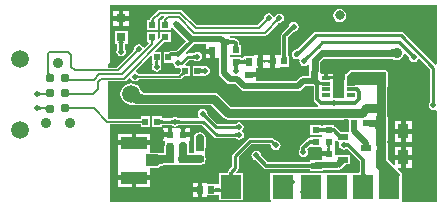
<source format=gtl>
G04*
G04 #@! TF.GenerationSoftware,Altium Limited,Altium Designer,19.1.5 (86)*
G04*
G04 Layer_Physical_Order=1*
G04 Layer_Color=255*
%FSAX25Y25*%
%MOIN*%
G70*
G01*
G75*
%ADD10C,0.00984*%
%ADD12C,0.00787*%
%ADD13C,0.01000*%
%ADD17R,0.02362X0.02520*%
%ADD18R,0.02520X0.02362*%
%ADD19R,0.02441X0.02244*%
%ADD20R,0.01968X0.02362*%
%ADD21R,0.03937X0.03937*%
%ADD22R,0.08661X0.04134*%
%ADD23R,0.02362X0.01968*%
%ADD24R,0.07087X0.07874*%
%ADD26R,0.01968X0.01968*%
%ADD27R,0.02756X0.01181*%
%ADD28R,0.03150X0.03150*%
%ADD29R,0.03543X0.05118*%
%ADD30R,0.03740X0.01890*%
%ADD31R,0.03150X0.03150*%
%ADD52C,0.03110*%
%ADD53C,0.02953*%
%ADD54C,0.02756*%
%ADD55C,0.00600*%
%ADD56C,0.01181*%
%ADD57C,0.01968*%
%ADD58C,0.02362*%
%ADD59C,0.05906*%
%ADD60C,0.03150*%
%ADD61C,0.03543*%
%ADD62C,0.01968*%
%ADD63C,0.02756*%
G36*
X0166297Y0177677D02*
X0166215Y0177674D01*
X0166134Y0177665D01*
X0166054Y0177647D01*
X0165976Y0177623D01*
X0165899Y0177592D01*
X0165823Y0177553D01*
X0165748Y0177508D01*
X0165674Y0177455D01*
X0165601Y0177395D01*
X0165530Y0177328D01*
X0164973Y0177884D01*
X0165040Y0177956D01*
X0165101Y0178028D01*
X0165153Y0178102D01*
X0165199Y0178177D01*
X0165238Y0178253D01*
X0165269Y0178330D01*
X0165293Y0178409D01*
X0165310Y0178489D01*
X0165320Y0178569D01*
X0165323Y0178652D01*
X0166297Y0177677D01*
D02*
G37*
G36*
X0162754Y0177638D02*
X0162672Y0177635D01*
X0162591Y0177625D01*
X0162511Y0177608D01*
X0162433Y0177584D01*
X0162355Y0177552D01*
X0162279Y0177514D01*
X0162204Y0177468D01*
X0162131Y0177415D01*
X0162058Y0177355D01*
X0161987Y0177288D01*
X0161430Y0177845D01*
X0161497Y0177916D01*
X0161557Y0177989D01*
X0161610Y0178063D01*
X0161656Y0178138D01*
X0161694Y0178214D01*
X0161726Y0178291D01*
X0161750Y0178369D01*
X0161767Y0178449D01*
X0161777Y0178530D01*
X0161780Y0178612D01*
X0162754Y0177638D01*
D02*
G37*
G36*
X0128632Y0177752D02*
X0128652Y0177547D01*
X0128670Y0177463D01*
X0128692Y0177393D01*
X0128719Y0177335D01*
X0128752Y0177290D01*
X0128789Y0177258D01*
X0128831Y0177239D01*
X0128878Y0177232D01*
X0127594D01*
X0127641Y0177239D01*
X0127684Y0177258D01*
X0127721Y0177290D01*
X0127753Y0177335D01*
X0127780Y0177393D01*
X0127803Y0177463D01*
X0127820Y0177547D01*
X0127833Y0177643D01*
X0127840Y0177752D01*
X0127842Y0177874D01*
X0128630D01*
X0128632Y0177752D01*
D02*
G37*
G36*
X0124341Y0177752D02*
X0124361Y0177547D01*
X0124378Y0177463D01*
X0124401Y0177393D01*
X0124428Y0177335D01*
X0124460Y0177290D01*
X0124497Y0177258D01*
X0124540Y0177239D01*
X0124587Y0177232D01*
X0123303D01*
X0123350Y0177239D01*
X0123392Y0177258D01*
X0123430Y0177290D01*
X0123462Y0177335D01*
X0123489Y0177393D01*
X0123512Y0177463D01*
X0123529Y0177547D01*
X0123541Y0177643D01*
X0123549Y0177752D01*
X0123551Y0177874D01*
X0124339D01*
X0124341Y0177752D01*
D02*
G37*
G36*
X0128112Y0171363D02*
X0128058Y0171387D01*
X0127997Y0171396D01*
X0127929Y0171389D01*
X0127855Y0171369D01*
X0127773Y0171332D01*
X0127685Y0171281D01*
X0127590Y0171215D01*
X0127488Y0171134D01*
X0127264Y0170926D01*
X0126643Y0171154D01*
X0126772Y0171287D01*
X0126972Y0171520D01*
X0127044Y0171621D01*
X0127097Y0171711D01*
X0127131Y0171791D01*
X0127147Y0171860D01*
X0127143Y0171918D01*
X0127121Y0171965D01*
X0127079Y0172002D01*
X0128112Y0171363D01*
D02*
G37*
G36*
X0124488Y0171356D02*
X0124437Y0171338D01*
X0124392Y0171308D01*
X0124353Y0171265D01*
X0124320Y0171210D01*
X0124293Y0171142D01*
X0124272Y0171063D01*
X0124257Y0170971D01*
X0124248Y0170867D01*
X0124245Y0170751D01*
X0123645D01*
X0123642Y0170867D01*
X0123633Y0170971D01*
X0123618Y0171063D01*
X0123597Y0171142D01*
X0123570Y0171210D01*
X0123537Y0171265D01*
X0123498Y0171308D01*
X0123453Y0171338D01*
X0123402Y0171356D01*
X0123345Y0171363D01*
X0124545D01*
X0124488Y0171356D01*
D02*
G37*
G36*
X0149848Y0171446D02*
X0149926Y0171415D01*
X0149989Y0171398D01*
X0149989Y0171408D01*
X0150008Y0171393D01*
X0150024Y0171388D01*
X0150144Y0171364D01*
X0150285Y0171345D01*
X0150631Y0171316D01*
X0151307Y0171299D01*
Y0170224D01*
X0152291D01*
X0152297Y0170000D01*
X0152314Y0169799D01*
X0152343Y0169622D01*
X0152384Y0169468D01*
X0152436Y0169338D01*
X0152500Y0169232D01*
X0152575Y0169149D01*
X0152662Y0169090D01*
X0152760Y0169055D01*
X0152870Y0169043D01*
X0150532D01*
X0150642Y0169055D01*
X0150740Y0169090D01*
X0150827Y0169149D01*
X0150902Y0169232D01*
X0150966Y0169338D01*
X0151018Y0169468D01*
X0151058Y0169622D01*
X0151087Y0169799D01*
X0151104Y0170000D01*
X0151108Y0170117D01*
X0151060Y0170116D01*
X0150144Y0170053D01*
X0150024Y0170029D01*
X0149926Y0170002D01*
X0149848Y0169971D01*
X0149792Y0169937D01*
Y0171481D01*
X0149848Y0171446D01*
D02*
G37*
G36*
X0148749Y0170355D02*
X0148841Y0168921D01*
X0148866Y0168865D01*
X0148893Y0168846D01*
X0146555D01*
X0146598Y0168865D01*
X0146636Y0168921D01*
X0146670Y0169014D01*
X0146699Y0169144D01*
X0146723Y0169312D01*
X0146759Y0169759D01*
X0146780Y0170709D01*
X0148748D01*
X0148749Y0170355D01*
D02*
G37*
G36*
X0119407Y0167283D02*
X0119301Y0167281D01*
X0119199Y0167273D01*
X0119102Y0167258D01*
X0119009Y0167237D01*
X0118921Y0167209D01*
X0118837Y0167175D01*
X0118758Y0167135D01*
X0118684Y0167088D01*
X0118614Y0167035D01*
X0118549Y0166975D01*
X0118125Y0167399D01*
X0118184Y0167464D01*
X0118237Y0167534D01*
X0118284Y0167608D01*
X0118325Y0167687D01*
X0118359Y0167771D01*
X0118386Y0167859D01*
X0118408Y0167952D01*
X0118422Y0168049D01*
X0118431Y0168151D01*
X0118433Y0168258D01*
X0119407Y0167283D01*
D02*
G37*
G36*
X0173473Y0167207D02*
X0173399Y0167130D01*
X0173274Y0166984D01*
X0173223Y0166916D01*
X0173179Y0166849D01*
X0173144Y0166786D01*
X0173116Y0166725D01*
X0173096Y0166666D01*
X0173083Y0166610D01*
X0173079Y0166557D01*
X0172132Y0167558D01*
X0172187Y0167560D01*
X0172244Y0167570D01*
X0172304Y0167588D01*
X0172366Y0167614D01*
X0172430Y0167648D01*
X0172497Y0167690D01*
X0172566Y0167739D01*
X0172638Y0167797D01*
X0172789Y0167937D01*
X0173473Y0167207D01*
D02*
G37*
G36*
X0133998Y0167092D02*
X0133921Y0167013D01*
X0133692Y0166751D01*
X0133655Y0166699D01*
X0133627Y0166652D01*
X0133606Y0166611D01*
X0133594Y0166576D01*
X0133590Y0166545D01*
X0132616Y0167520D01*
X0132646Y0167524D01*
X0132682Y0167535D01*
X0132723Y0167556D01*
X0132770Y0167584D01*
X0132822Y0167621D01*
X0132942Y0167719D01*
X0133084Y0167850D01*
X0133163Y0167927D01*
X0133998Y0167092D01*
D02*
G37*
G36*
X0131903Y0165847D02*
X0131879Y0165865D01*
X0131845Y0165882D01*
X0131802Y0165897D01*
X0131749Y0165909D01*
X0131686Y0165920D01*
X0131532Y0165936D01*
X0131339Y0165944D01*
X0131228Y0165945D01*
Y0167126D01*
X0131339Y0167127D01*
X0131686Y0167151D01*
X0131749Y0167161D01*
X0131802Y0167174D01*
X0131845Y0167189D01*
X0131879Y0167206D01*
X0131903Y0167224D01*
Y0165847D01*
D02*
G37*
G36*
X0204097Y0165728D02*
X0204075Y0165740D01*
X0204034Y0165750D01*
X0203972Y0165759D01*
X0203788Y0165773D01*
X0203181Y0165787D01*
X0202979Y0165787D01*
Y0168150D01*
X0204097Y0168209D01*
Y0165728D01*
D02*
G37*
G36*
X0138203Y0165098D02*
X0138162Y0165134D01*
X0138114Y0165166D01*
X0138058Y0165195D01*
X0137996Y0165219D01*
X0137926Y0165240D01*
X0137849Y0165257D01*
X0137764Y0165270D01*
X0137672Y0165280D01*
X0137467Y0165287D01*
Y0166287D01*
X0137573Y0166289D01*
X0137764Y0166304D01*
X0137849Y0166318D01*
X0137926Y0166335D01*
X0137996Y0166355D01*
X0138058Y0166380D01*
X0138114Y0166408D01*
X0138162Y0166440D01*
X0138203Y0166476D01*
Y0165098D01*
D02*
G37*
G36*
X0154941Y0162953D02*
X0154929Y0163065D01*
X0154894Y0163165D01*
X0154835Y0163254D01*
X0154752Y0163331D01*
X0154646Y0163396D01*
X0154516Y0163449D01*
X0154362Y0163490D01*
X0154185Y0163520D01*
X0153984Y0163537D01*
X0153874Y0163540D01*
X0153827Y0163540D01*
X0153449Y0163509D01*
X0153295Y0163482D01*
X0153165Y0163448D01*
X0153059Y0163406D01*
X0152976Y0163356D01*
X0152917Y0163299D01*
X0152882Y0163234D01*
X0152870Y0163162D01*
X0152760Y0163150D01*
X0152662Y0163114D01*
X0152575Y0163055D01*
X0152500Y0162973D01*
X0152436Y0162866D01*
X0152384Y0162736D01*
X0152343Y0162583D01*
X0152314Y0162406D01*
X0152297Y0162205D01*
X0152297Y0162187D01*
X0152316Y0161904D01*
X0152327Y0161841D01*
X0152340Y0161788D01*
X0152354Y0161745D01*
X0152371Y0161711D01*
X0152390Y0161687D01*
X0151012D01*
X0151031Y0161711D01*
X0151047Y0161745D01*
X0151062Y0161788D01*
X0151075Y0161841D01*
X0151086Y0161904D01*
X0151101Y0162058D01*
X0151106Y0162161D01*
X0151104Y0162205D01*
X0151087Y0162406D01*
X0151058Y0162583D01*
X0151018Y0162736D01*
X0150966Y0162866D01*
X0150902Y0162973D01*
X0150827Y0163055D01*
X0150740Y0163114D01*
X0150642Y0163150D01*
X0150532Y0163162D01*
X0152870D01*
Y0165106D01*
X0152882Y0165034D01*
X0152917Y0164969D01*
X0152976Y0164911D01*
X0153059Y0164862D01*
X0153165Y0164820D01*
X0153295Y0164786D01*
X0153449Y0164759D01*
X0153626Y0164740D01*
X0153928Y0164729D01*
X0153984Y0164730D01*
X0154185Y0164748D01*
X0154362Y0164778D01*
X0154516Y0164819D01*
X0154646Y0164872D01*
X0154752Y0164937D01*
X0154835Y0165014D01*
X0154894Y0165102D01*
X0154929Y0165203D01*
X0154941Y0165315D01*
Y0162953D01*
D02*
G37*
G36*
X0209460Y0165654D02*
X0209455Y0165630D01*
X0209578Y0165012D01*
X0209928Y0164488D01*
X0210452Y0164137D01*
X0211071Y0164014D01*
X0211689Y0164137D01*
X0212213Y0164488D01*
X0212493Y0164907D01*
X0213044Y0165063D01*
X0216524Y0161583D01*
Y0150683D01*
X0216503Y0150670D01*
X0216153Y0150146D01*
X0216030Y0149528D01*
X0216153Y0148909D01*
X0216503Y0148385D01*
X0217027Y0148035D01*
X0217645Y0147912D01*
X0218264Y0148035D01*
X0218298Y0148058D01*
X0218798Y0147791D01*
X0218798Y0117312D01*
X0207407D01*
X0207053Y0117666D01*
X0207056Y0126096D01*
X0207075Y0126142D01*
Y0126459D01*
X0207075Y0126575D01*
X0207056Y0126712D01*
X0207056Y0126849D01*
X0207025Y0126939D01*
X0206924D01*
X0206884Y0127034D01*
X0205735Y0128184D01*
X0205926Y0128646D01*
X0206819D01*
Y0131417D01*
X0204835D01*
Y0129737D01*
X0204373Y0129546D01*
X0202498Y0131421D01*
Y0135364D01*
X0202498D01*
X0202490Y0135864D01*
X0202535Y0135972D01*
X0202534Y0135975D01*
X0202499Y0136060D01*
X0202509Y0136154D01*
X0202507Y0136156D01*
X0202407Y0136281D01*
X0202405Y0136286D01*
X0202402Y0136312D01*
X0202388Y0136338D01*
X0202385Y0136350D01*
X0202308Y0137545D01*
X0202498Y0137747D01*
X0202498D01*
Y0139383D01*
X0202509Y0139397D01*
X0202499Y0139491D01*
X0202535Y0139579D01*
X0202498Y0139669D01*
Y0144065D01*
X0202498D01*
X0202503Y0144471D01*
X0202495Y0144576D01*
X0202534Y0144670D01*
X0202535Y0144673D01*
X0202477Y0144814D01*
X0202465Y0144966D01*
X0202385Y0145035D01*
X0202345Y0145132D01*
X0202343Y0145133D01*
X0202330Y0145138D01*
X0202318Y0145199D01*
X0202254Y0146127D01*
X0202252Y0146442D01*
X0202243Y0146463D01*
Y0150589D01*
X0202282Y0150787D01*
X0202282Y0150787D01*
Y0153765D01*
X0202291Y0153785D01*
X0202306Y0155279D01*
X0202334Y0155896D01*
X0202468Y0156220D01*
Y0160669D01*
X0202278Y0161128D01*
X0201819Y0161319D01*
X0190008D01*
X0189549Y0161128D01*
X0188390Y0159970D01*
X0188109D01*
Y0159490D01*
X0188059Y0159370D01*
Y0158260D01*
X0187937Y0157811D01*
X0187823D01*
X0187822Y0151988D01*
X0187527Y0151988D01*
X0184083Y0151988D01*
X0184083Y0158034D01*
X0184010Y0158189D01*
X0181819D01*
Y0158780D01*
X0181228D01*
Y0160158D01*
X0180224D01*
X0179870Y0160511D01*
X0179870Y0160945D01*
X0179821Y0161064D01*
Y0161203D01*
X0179855Y0161378D01*
Y0163854D01*
X0181154Y0165153D01*
X0202942D01*
X0202977Y0165138D01*
X0203172Y0165137D01*
X0203756Y0165124D01*
X0203867Y0165115D01*
X0204437Y0164734D01*
X0205362Y0164550D01*
X0206288Y0164734D01*
X0207072Y0165259D01*
X0207596Y0166043D01*
X0207724Y0166683D01*
X0208266Y0166848D01*
X0209460Y0165654D01*
D02*
G37*
G36*
X0175862Y0165147D02*
X0175788Y0165070D01*
X0175669Y0164924D01*
X0175624Y0164855D01*
X0175587Y0164788D01*
X0175560Y0164724D01*
X0175542Y0164662D01*
X0175533Y0164603D01*
X0175534Y0164546D01*
X0175544Y0164492D01*
X0174354Y0165187D01*
X0174391Y0165199D01*
X0174434Y0165219D01*
X0174481Y0165246D01*
X0174532Y0165279D01*
X0174648Y0165368D01*
X0174781Y0165485D01*
X0174932Y0165631D01*
X0175862Y0165147D01*
D02*
G37*
G36*
X0148866Y0166331D02*
X0148841Y0166272D01*
X0148819Y0166173D01*
X0148800Y0166036D01*
X0148771Y0165642D01*
X0148748Y0164382D01*
X0146780D01*
X0146777Y0164756D01*
X0146699Y0166036D01*
X0146670Y0166173D01*
X0146636Y0166272D01*
X0146598Y0166331D01*
X0146555Y0166351D01*
X0148893D01*
X0148866Y0166331D01*
D02*
G37*
G36*
X0141764Y0169858D02*
Y0168386D01*
X0143945D01*
Y0167598D01*
X0144732D01*
Y0165339D01*
X0146091D01*
X0146128Y0164734D01*
X0146130Y0164378D01*
X0146149Y0164334D01*
Y0160354D01*
X0146272Y0159736D01*
X0146622Y0159212D01*
X0148748Y0157086D01*
X0149272Y0156736D01*
X0149890Y0156613D01*
X0151583D01*
X0153354Y0154842D01*
X0153878Y0154492D01*
X0154368Y0154394D01*
Y0154203D01*
X0157386D01*
X0157476Y0154166D01*
X0157561Y0154201D01*
X0157652Y0154190D01*
X0158088Y0154203D01*
Y0154286D01*
X0159093Y0154349D01*
X0159448Y0154351D01*
X0159492Y0154369D01*
X0172528D01*
X0173146Y0154492D01*
X0173670Y0154842D01*
X0174771Y0155944D01*
X0177634D01*
X0177652Y0155925D01*
Y0151614D01*
X0177652Y0151614D01*
X0177745Y0151150D01*
X0178008Y0150756D01*
X0179198Y0149566D01*
X0178991Y0149066D01*
X0150078D01*
X0145993Y0153150D01*
X0145306Y0153609D01*
X0144496Y0153771D01*
X0121611D01*
X0121592Y0153779D01*
X0121287Y0153786D01*
X0121033Y0153805D01*
X0120820Y0153834D01*
X0120648Y0153871D01*
X0120520Y0153912D01*
X0120439Y0153951D01*
X0120400Y0153977D01*
X0120399Y0153978D01*
X0120383Y0154030D01*
X0120340Y0154083D01*
X0120320Y0154235D01*
X0119962Y0155099D01*
X0119392Y0155841D01*
X0118650Y0156410D01*
X0117786Y0156768D01*
X0116858Y0156890D01*
X0115931Y0156768D01*
X0115067Y0156410D01*
X0114324Y0155841D01*
X0113755Y0155099D01*
X0113397Y0154235D01*
X0113275Y0153307D01*
X0113397Y0152380D01*
X0113755Y0151515D01*
X0114324Y0150773D01*
X0115067Y0150204D01*
X0115931Y0149846D01*
X0116858Y0149724D01*
X0117530Y0149812D01*
X0117702Y0149698D01*
X0118512Y0149537D01*
X0120944D01*
X0121022Y0149530D01*
X0121043Y0149537D01*
X0143619D01*
X0147704Y0145452D01*
X0148391Y0144993D01*
X0149201Y0144832D01*
X0149201Y0144832D01*
X0187692D01*
X0187789Y0144851D01*
X0189129D01*
X0189487Y0144487D01*
Y0143699D01*
X0189456Y0143543D01*
Y0141142D01*
X0189479Y0141026D01*
X0189161Y0140639D01*
X0187513D01*
X0187497Y0140650D01*
X0187445Y0140641D01*
X0187398Y0140664D01*
X0187328Y0140639D01*
X0186973D01*
X0186898Y0140683D01*
X0186755Y0140783D01*
X0186364Y0141114D01*
X0186140Y0141330D01*
X0186080Y0141354D01*
X0185197Y0142236D01*
X0184803Y0142499D01*
X0184466Y0142567D01*
Y0142962D01*
X0181667D01*
X0181620Y0142991D01*
X0181567Y0142979D01*
X0181516Y0143000D01*
X0181425Y0142962D01*
X0180904D01*
Y0142962D01*
X0180600Y0142754D01*
X0180135Y0142923D01*
Y0142923D01*
X0179614D01*
X0179523Y0142960D01*
X0179467Y0142937D01*
X0179407Y0142950D01*
X0179366Y0142923D01*
X0176573D01*
Y0139754D01*
X0179378D01*
X0179429Y0139724D01*
X0179477Y0139736D01*
X0179523Y0139717D01*
X0179614Y0139754D01*
X0180135D01*
X0180135Y0139754D01*
X0180220Y0139741D01*
X0180484Y0139599D01*
X0180502Y0139444D01*
X0180484Y0139286D01*
X0180135Y0138986D01*
X0180004Y0138986D01*
X0176573D01*
Y0138651D01*
X0176479Y0138644D01*
X0176337Y0138642D01*
X0176216Y0138590D01*
X0175882Y0138523D01*
X0175488Y0138260D01*
X0175488Y0138260D01*
X0173441Y0136213D01*
X0173178Y0135819D01*
X0173085Y0135354D01*
X0173085Y0135354D01*
Y0135011D01*
X0172807Y0134595D01*
X0172684Y0133976D01*
X0172807Y0133358D01*
X0173157Y0132834D01*
X0173681Y0132484D01*
X0174299Y0132361D01*
X0174917Y0132484D01*
X0175441Y0132834D01*
X0175792Y0133358D01*
X0175915Y0133976D01*
X0175792Y0134595D01*
X0175577Y0134915D01*
X0176202Y0135541D01*
X0176573Y0135817D01*
Y0135817D01*
X0176573Y0135817D01*
X0180004D01*
X0180135Y0135817D01*
X0180504Y0135500D01*
X0180504Y0134957D01*
Y0134252D01*
X0182685D01*
Y0132677D01*
X0180504D01*
Y0131671D01*
X0180230Y0131312D01*
X0180212Y0131296D01*
X0180108Y0131230D01*
X0179618D01*
X0179531Y0131267D01*
X0179527Y0131266D01*
X0179523Y0131267D01*
X0179433Y0131230D01*
X0177159D01*
X0177097Y0131264D01*
X0177062Y0131253D01*
X0177028Y0131267D01*
X0176937Y0131230D01*
X0176416D01*
Y0130757D01*
X0176398Y0130750D01*
X0176328Y0130731D01*
X0175486Y0130688D01*
X0175433Y0130663D01*
X0162479D01*
X0160471Y0132671D01*
X0160446Y0132733D01*
X0160375Y0132805D01*
X0160265Y0132924D01*
X0160194Y0133012D01*
X0160182Y0133028D01*
X0160180Y0133031D01*
X0160173Y0133046D01*
X0160169Y0133049D01*
X0160165Y0133056D01*
X0160161Y0133059D01*
X0160083Y0133453D01*
X0159733Y0133977D01*
X0159209Y0134327D01*
X0158591Y0134450D01*
X0157972Y0134327D01*
X0157448Y0133977D01*
X0157098Y0133453D01*
X0156975Y0132835D01*
X0157098Y0132217D01*
X0157448Y0131693D01*
X0157972Y0131342D01*
X0158366Y0131264D01*
X0158369Y0131260D01*
X0158376Y0131256D01*
X0158379Y0131252D01*
X0158394Y0131245D01*
X0158397Y0131243D01*
X0158404Y0131238D01*
X0158627Y0131044D01*
X0158692Y0130979D01*
X0158754Y0130954D01*
X0161118Y0128591D01*
X0161118Y0128591D01*
X0161512Y0128327D01*
X0161976Y0128235D01*
X0161976Y0128235D01*
X0175448D01*
X0175508Y0128209D01*
X0176095Y0128199D01*
X0176191Y0128190D01*
X0176314Y0128170D01*
X0176398Y0128148D01*
X0176416Y0128141D01*
Y0127668D01*
X0176937D01*
X0177028Y0127630D01*
X0177062Y0127644D01*
X0177097Y0127634D01*
X0177159Y0127668D01*
X0179433D01*
X0179523Y0127630D01*
X0179614Y0127668D01*
X0180135D01*
Y0127819D01*
X0181144Y0127891D01*
X0181497Y0127894D01*
X0181540Y0127912D01*
X0185520D01*
X0186138Y0128035D01*
X0186578Y0128330D01*
X0186667Y0128364D01*
X0187343Y0129017D01*
X0187890Y0129497D01*
X0188106Y0129666D01*
X0188286Y0129792D01*
X0188418Y0129869D01*
X0188483Y0129898D01*
X0188543Y0129912D01*
X0189919D01*
Y0133002D01*
X0184979Y0133002D01*
X0184866Y0133455D01*
X0184866Y0135449D01*
X0184866Y0135949D01*
Y0137096D01*
X0184979Y0137550D01*
X0185961D01*
X0186228Y0137050D01*
X0186193Y0136996D01*
X0186070Y0136378D01*
X0186193Y0135760D01*
X0186543Y0135236D01*
X0187067Y0134886D01*
X0187685Y0134763D01*
X0188303Y0134886D01*
X0188674Y0135134D01*
X0188708Y0135134D01*
X0193007Y0130836D01*
Y0127583D01*
X0192981Y0127525D01*
X0192975Y0127321D01*
X0192962Y0127164D01*
X0192941Y0127043D01*
X0192919Y0126960D01*
X0192911Y0126939D01*
X0192909Y0126939D01*
X0190202D01*
X0190077Y0126939D01*
X0190077Y0126939D01*
X0189702D01*
Y0126939D01*
X0189577Y0126939D01*
X0181541D01*
X0181416Y0126939D01*
X0181416Y0126939D01*
X0181041D01*
Y0126939D01*
X0180916Y0126939D01*
X0172754D01*
Y0126929D01*
X0171592D01*
Y0126939D01*
X0163305D01*
Y0117865D01*
X0163315D01*
Y0117312D01*
X0109801Y0117312D01*
X0109801Y0139528D01*
Y0142283D01*
X0109723Y0142671D01*
X0109693Y0142716D01*
X0109896Y0143162D01*
X0109960Y0143216D01*
X0119962D01*
X0120033Y0143185D01*
X0120038Y0143184D01*
Y0142353D01*
X0123206D01*
Y0145915D01*
X0120038D01*
Y0145083D01*
X0120033Y0145083D01*
X0119962Y0145052D01*
X0109286D01*
X0109181Y0145156D01*
Y0157547D01*
X0114378D01*
X0114729Y0157617D01*
X0115027Y0157816D01*
X0115986Y0158775D01*
X0116528Y0158610D01*
X0116547Y0158516D01*
X0116897Y0157992D01*
X0117421Y0157641D01*
X0118039Y0157519D01*
X0118658Y0157641D01*
X0119112Y0157945D01*
X0119192Y0157977D01*
X0119255Y0158036D01*
X0119300Y0158075D01*
X0119342Y0158106D01*
X0119381Y0158130D01*
X0119416Y0158149D01*
X0119448Y0158162D01*
X0119479Y0158172D01*
X0119508Y0158178D01*
X0119537Y0158182D01*
X0119596Y0158185D01*
X0119663Y0158216D01*
X0133118D01*
X0133469Y0158286D01*
X0133767Y0158485D01*
X0134171Y0158889D01*
X0134242Y0158916D01*
X0134479Y0159137D01*
X0134545Y0159190D01*
X0134557Y0159192D01*
X0134608Y0159167D01*
X0134713Y0159203D01*
X0136553D01*
Y0162765D01*
X0135091D01*
X0134900Y0163227D01*
X0136339Y0164666D01*
X0137383D01*
X0137443Y0164638D01*
X0137627Y0164632D01*
X0137681Y0164626D01*
X0137729Y0164619D01*
X0137763Y0164611D01*
X0137784Y0164605D01*
X0137787Y0164604D01*
X0137801Y0164595D01*
X0137809Y0164593D01*
X0137818Y0164588D01*
X0137840Y0164587D01*
X0137852Y0164584D01*
X0137857Y0164583D01*
X0138287Y0164295D01*
X0138905Y0164172D01*
X0139523Y0164295D01*
X0140048Y0164645D01*
X0140398Y0165169D01*
X0140521Y0165787D01*
X0140398Y0166405D01*
X0140048Y0166930D01*
X0139523Y0167280D01*
X0138905Y0167403D01*
X0138287Y0167280D01*
X0137857Y0166992D01*
X0137852Y0166990D01*
X0137840Y0166988D01*
X0137818Y0166986D01*
X0137809Y0166982D01*
X0137801Y0166980D01*
X0137787Y0166971D01*
X0137784Y0166970D01*
X0137763Y0166964D01*
X0137729Y0166956D01*
X0137688Y0166950D01*
X0137542Y0166938D01*
X0137455Y0166937D01*
X0137392Y0166909D01*
X0135874D01*
X0135445Y0166824D01*
X0135313Y0166735D01*
X0134862Y0166957D01*
X0134845Y0167058D01*
X0137599Y0169811D01*
X0137750Y0170038D01*
X0141338D01*
X0141764Y0169858D01*
D02*
G37*
G36*
X0126035Y0164347D02*
X0125969Y0164323D01*
X0125909Y0164283D01*
X0125858Y0164227D01*
X0125815Y0164155D01*
X0125779Y0164067D01*
X0125752Y0163963D01*
X0125732Y0163843D01*
X0125722Y0163728D01*
X0125728Y0163663D01*
X0125743Y0163574D01*
X0125764Y0163488D01*
X0125790Y0163407D01*
X0125823Y0163330D01*
X0125861Y0163258D01*
X0125906Y0163189D01*
X0125956Y0163125D01*
X0126012Y0163065D01*
X0124634D01*
X0124690Y0163125D01*
X0124740Y0163189D01*
X0124784Y0163258D01*
X0124823Y0163330D01*
X0124855Y0163407D01*
X0124882Y0163488D01*
X0124903Y0163574D01*
X0124917Y0163663D01*
X0124923Y0163728D01*
X0124913Y0163843D01*
X0124894Y0163963D01*
X0124866Y0164067D01*
X0124831Y0164155D01*
X0124787Y0164227D01*
X0124736Y0164283D01*
X0124677Y0164323D01*
X0124610Y0164347D01*
X0124535Y0164355D01*
X0126110D01*
X0126035Y0164347D01*
D02*
G37*
G36*
X0218798Y0183003D02*
X0218798Y0163180D01*
X0218298Y0162981D01*
X0207651Y0173628D01*
X0207288Y0173871D01*
X0206858Y0173956D01*
X0206858Y0173956D01*
X0178394D01*
X0178394Y0173956D01*
X0177964Y0173871D01*
X0177601Y0173628D01*
X0177601Y0173628D01*
X0172409Y0168436D01*
X0172348Y0168413D01*
X0172213Y0168289D01*
X0172173Y0168256D01*
X0172135Y0168229D01*
X0172107Y0168211D01*
X0172090Y0168202D01*
X0172076Y0168200D01*
X0172069Y0168196D01*
X0172057Y0168192D01*
X0172042Y0168180D01*
X0171476Y0168067D01*
X0170952Y0167717D01*
X0170602Y0167193D01*
X0170479Y0166575D01*
X0170494Y0166502D01*
X0170461Y0166339D01*
X0170546Y0165909D01*
X0170790Y0165545D01*
X0170947Y0165388D01*
X0171311Y0165145D01*
X0171413Y0165124D01*
X0171476Y0165083D01*
X0172095Y0164960D01*
X0172676Y0165075D01*
X0172769Y0165026D01*
X0172774Y0165022D01*
X0173077Y0164725D01*
X0172979Y0164232D01*
X0173102Y0163614D01*
X0173452Y0163090D01*
X0173976Y0162740D01*
X0174594Y0162617D01*
X0175213Y0162740D01*
X0175723Y0163081D01*
X0175806Y0163066D01*
X0176223Y0162919D01*
Y0161378D01*
X0176258Y0161203D01*
Y0161064D01*
X0176209Y0160945D01*
X0176209Y0159174D01*
X0174102D01*
X0173484Y0159051D01*
X0172960Y0158701D01*
X0171859Y0157599D01*
X0159494D01*
X0159451Y0157618D01*
X0158756Y0157625D01*
X0158488Y0157639D01*
Y0158976D01*
X0156228D01*
Y0160551D01*
X0158488D01*
Y0161874D01*
X0159102D01*
Y0162898D01*
D01*
D01*
Y0164134D01*
Y0166394D01*
X0157709D01*
Y0165994D01*
X0154329D01*
Y0165714D01*
X0153902Y0165457D01*
X0153482Y0165636D01*
Y0165718D01*
X0152960D01*
X0152870Y0165755D01*
X0152819Y0165735D01*
X0152766Y0165747D01*
X0152719Y0165718D01*
X0150046D01*
X0149847Y0165940D01*
X0149713Y0166140D01*
X0149744Y0166365D01*
X0149902Y0166456D01*
X0150005Y0166487D01*
X0153482D01*
Y0168912D01*
X0153516Y0168974D01*
X0153505Y0169009D01*
X0153519Y0169043D01*
X0153482Y0169133D01*
Y0169655D01*
X0153009D01*
X0153002Y0169673D01*
X0152979Y0169757D01*
X0152959Y0169879D01*
X0152946Y0170036D01*
X0152941Y0170241D01*
X0152915Y0170299D01*
Y0170315D01*
X0152915Y0170315D01*
X0152822Y0170780D01*
X0152559Y0171173D01*
X0152559Y0171173D01*
X0152165Y0171567D01*
X0151772Y0171830D01*
X0151442Y0171896D01*
X0151323Y0171949D01*
X0150666Y0171964D01*
X0150358Y0171990D01*
X0150252Y0172005D01*
X0150220Y0172011D01*
X0149878Y0172240D01*
X0149747Y0172266D01*
X0149796Y0172766D01*
X0161425D01*
X0161813Y0172844D01*
X0162142Y0173063D01*
X0165908Y0176829D01*
X0165975Y0176855D01*
X0166031Y0176908D01*
X0166071Y0176940D01*
X0166106Y0176966D01*
X0166139Y0176986D01*
X0166168Y0177000D01*
X0166194Y0177011D01*
X0166219Y0177018D01*
X0166242Y0177023D01*
X0166266Y0177026D01*
X0166319Y0177028D01*
X0166399Y0177064D01*
X0166925Y0177169D01*
X0167449Y0177519D01*
X0167799Y0178043D01*
X0167922Y0178661D01*
X0167799Y0179279D01*
X0167449Y0179804D01*
X0166925Y0180154D01*
X0166307Y0180277D01*
X0165689Y0180154D01*
X0165165Y0179804D01*
X0164815Y0179279D01*
X0164786Y0179137D01*
X0164277D01*
X0164256Y0179240D01*
X0163906Y0179764D01*
X0163382Y0180114D01*
X0162764Y0180237D01*
X0162146Y0180114D01*
X0161622Y0179764D01*
X0161272Y0179240D01*
X0161167Y0178714D01*
X0161130Y0178634D01*
X0161129Y0178580D01*
X0161126Y0178557D01*
X0161121Y0178534D01*
X0161113Y0178509D01*
X0161103Y0178483D01*
X0161088Y0178454D01*
X0161068Y0178421D01*
X0161042Y0178385D01*
X0161010Y0178346D01*
X0160957Y0178290D01*
X0160931Y0178223D01*
X0159076Y0176367D01*
X0138735D01*
X0133913Y0181189D01*
X0133585Y0181409D01*
X0133197Y0181486D01*
X0126543D01*
X0126156Y0181409D01*
X0125827Y0181189D01*
X0123229Y0178590D01*
X0123009Y0178262D01*
X0122961Y0178023D01*
X0122902Y0177887D01*
X0122901Y0177844D01*
X0122164D01*
Y0174676D01*
X0125726D01*
Y0177844D01*
X0125726D01*
X0125615Y0178112D01*
X0126963Y0179459D01*
X0127735D01*
X0127927Y0178997D01*
X0127520Y0178590D01*
X0127300Y0178262D01*
X0127253Y0178023D01*
X0127193Y0177887D01*
X0127192Y0177844D01*
X0126455D01*
Y0174676D01*
X0130017D01*
Y0175480D01*
X0130517Y0175632D01*
X0130598Y0175511D01*
X0135232Y0170878D01*
X0132770Y0168416D01*
X0132708Y0168391D01*
X0132636Y0168320D01*
X0132517Y0168210D01*
X0132429Y0168139D01*
X0132413Y0168127D01*
X0132410Y0168125D01*
X0132395Y0168118D01*
X0132392Y0168114D01*
X0132385Y0168110D01*
X0132382Y0168106D01*
X0131988Y0168028D01*
X0131655Y0167805D01*
X0131650Y0167806D01*
X0131641Y0167804D01*
X0131636Y0167804D01*
X0131621Y0167799D01*
X0131617Y0167798D01*
X0131609Y0167796D01*
X0131314Y0167776D01*
X0131223Y0167775D01*
X0131161Y0167749D01*
X0130283D01*
X0130283Y0167749D01*
X0129819Y0167657D01*
X0129425Y0167394D01*
X0129425Y0167394D01*
X0129324Y0167293D01*
X0127676D01*
Y0163731D01*
X0130479D01*
X0130905Y0163562D01*
X0131001Y0163296D01*
X0131075Y0162925D01*
X0131425Y0162401D01*
X0131949Y0162051D01*
X0132567Y0161928D01*
X0132884Y0161991D01*
X0133384Y0161628D01*
Y0161036D01*
X0133364Y0161007D01*
X0133384Y0160883D01*
Y0160798D01*
X0133370Y0160774D01*
X0133339Y0160728D01*
X0133199Y0160561D01*
X0133104Y0160462D01*
X0133075Y0160389D01*
X0132738Y0160052D01*
X0119663D01*
X0119596Y0160083D01*
X0119537Y0160085D01*
X0119508Y0160089D01*
X0119479Y0160096D01*
X0119448Y0160106D01*
X0119416Y0160119D01*
X0119381Y0160138D01*
X0119342Y0160162D01*
X0119300Y0160193D01*
X0119254Y0160231D01*
X0119192Y0160291D01*
X0119112Y0160322D01*
X0118658Y0160626D01*
X0118563Y0160645D01*
X0118399Y0161188D01*
X0123277Y0166066D01*
X0123739Y0165874D01*
Y0163731D01*
X0123739Y0163731D01*
X0123739Y0163731D01*
X0123959Y0163309D01*
X0123998Y0163231D01*
X0123830Y0162980D01*
X0123707Y0162362D01*
X0123830Y0161744D01*
X0124181Y0161220D01*
X0124705Y0160870D01*
X0125323Y0160747D01*
X0125941Y0160870D01*
X0126465Y0161220D01*
X0126815Y0161744D01*
X0126938Y0162362D01*
X0126815Y0162980D01*
X0126648Y0163231D01*
X0126687Y0163309D01*
X0126907Y0163731D01*
X0126907Y0163731D01*
X0126907Y0163731D01*
Y0167293D01*
X0125157D01*
X0124966Y0167755D01*
X0127635Y0170424D01*
X0127705Y0170450D01*
X0127912Y0170641D01*
X0127978Y0170694D01*
X0128034Y0170733D01*
X0128044Y0170739D01*
X0128211D01*
X0128261Y0170730D01*
X0128273Y0170739D01*
X0130017D01*
Y0173907D01*
X0126455D01*
Y0172058D01*
X0126303Y0171877D01*
X0126226Y0171825D01*
X0125726Y0172080D01*
Y0173907D01*
X0122164D01*
Y0170739D01*
X0122639D01*
X0122846Y0170239D01*
X0121399Y0168792D01*
X0120860Y0168960D01*
X0120560Y0169410D01*
X0120036Y0169760D01*
X0119417Y0169883D01*
X0118799Y0169760D01*
X0118275Y0169410D01*
X0117925Y0168886D01*
X0117818Y0168350D01*
X0117784Y0168271D01*
X0117782Y0168185D01*
X0117777Y0168125D01*
X0117769Y0168074D01*
X0117759Y0168029D01*
X0117747Y0167991D01*
X0117734Y0167958D01*
X0117719Y0167930D01*
X0117703Y0167905D01*
X0117686Y0167882D01*
X0117646Y0167838D01*
X0117621Y0167769D01*
X0111951Y0162099D01*
X0109181D01*
Y0163399D01*
X0109504Y0163614D01*
X0109723Y0163943D01*
X0109801Y0164331D01*
X0109801Y0166693D01*
X0109800Y0183003D01*
X0218798Y0183003D01*
D02*
G37*
G36*
X0134648Y0159815D02*
X0134610Y0159858D01*
X0134562Y0159882D01*
X0134503Y0159887D01*
X0134434Y0159873D01*
X0134354Y0159840D01*
X0134264Y0159788D01*
X0134164Y0159717D01*
X0134053Y0159627D01*
X0133799Y0159391D01*
X0133572Y0160012D01*
X0133682Y0160126D01*
X0133857Y0160335D01*
X0133922Y0160430D01*
X0133972Y0160518D01*
X0134007Y0160599D01*
X0134027Y0160674D01*
X0134031Y0160743D01*
X0134021Y0160805D01*
X0133996Y0160861D01*
X0134648Y0159815D01*
D02*
G37*
G36*
X0089553Y0160592D02*
X0089562Y0160495D01*
X0089577Y0160410D01*
X0089597Y0160336D01*
X0089624Y0160274D01*
X0089657Y0160223D01*
X0089695Y0160184D01*
X0089740Y0160157D01*
X0089790Y0160141D01*
X0089846Y0160137D01*
X0088753Y0159643D01*
X0088790Y0159689D01*
X0088824Y0159742D01*
X0088853Y0159802D01*
X0088879Y0159870D01*
X0088901Y0159944D01*
X0088918Y0160025D01*
X0088932Y0160114D01*
X0088948Y0160312D01*
X0088950Y0160422D01*
X0089550Y0160700D01*
X0089553Y0160592D01*
D02*
G37*
G36*
X0118819Y0159749D02*
X0118897Y0159683D01*
X0118977Y0159625D01*
X0119057Y0159574D01*
X0119139Y0159531D01*
X0119222Y0159496D01*
X0119307Y0159469D01*
X0119392Y0159449D01*
X0119479Y0159438D01*
X0119567Y0159434D01*
Y0158834D01*
X0119479Y0158830D01*
X0119392Y0158818D01*
X0119307Y0158799D01*
X0119222Y0158772D01*
X0119139Y0158737D01*
X0119057Y0158694D01*
X0118977Y0158643D01*
X0118897Y0158585D01*
X0118819Y0158519D01*
X0118742Y0158445D01*
Y0159823D01*
X0118819Y0159749D01*
D02*
G37*
G36*
X0096452Y0158578D02*
X0096470Y0158526D01*
X0096500Y0158480D01*
X0096542Y0158441D01*
X0096594Y0158407D01*
X0096658Y0158380D01*
X0096733Y0158359D01*
X0096819Y0158344D01*
X0096916Y0158335D01*
X0097025Y0158332D01*
X0096791Y0157731D01*
X0096682Y0157729D01*
X0096484Y0157712D01*
X0096396Y0157697D01*
X0096315Y0157677D01*
X0096242Y0157653D01*
X0096175Y0157624D01*
X0096116Y0157592D01*
X0096064Y0157555D01*
X0096019Y0157513D01*
X0096444Y0158635D01*
X0096452Y0158578D01*
D02*
G37*
G36*
X0179220Y0158268D02*
X0180087Y0157402D01*
X0180638Y0157402D01*
X0180638Y0156850D01*
X0180638Y0156220D01*
X0178276Y0156220D01*
X0176858Y0157638D01*
X0176858Y0160945D01*
X0179220D01*
X0179220Y0158268D01*
D02*
G37*
G36*
X0157496Y0157118D02*
X0157555Y0157087D01*
X0157653Y0157059D01*
X0157791Y0157035D01*
X0157968Y0157015D01*
X0158736Y0156976D01*
X0159445Y0156968D01*
Y0155000D01*
X0159071Y0154998D01*
X0157653Y0154909D01*
X0157555Y0154882D01*
X0157496Y0154850D01*
X0157476Y0154815D01*
Y0157153D01*
X0157496Y0157118D01*
D02*
G37*
G36*
X0201819Y0156220D02*
X0201699D01*
X0201657Y0155297D01*
X0201642Y0153791D01*
X0198689D01*
X0198683Y0156220D01*
X0188709D01*
Y0159370D01*
X0190008Y0160669D01*
X0201819D01*
Y0156220D01*
D02*
G37*
G36*
X0096427Y0153860D02*
X0096456Y0153807D01*
X0096494Y0153760D01*
X0096543Y0153719D01*
X0096602Y0153685D01*
X0096670Y0153657D01*
X0096749Y0153635D01*
X0096838Y0153620D01*
X0096936Y0153610D01*
X0097045Y0153607D01*
X0096934Y0153007D01*
X0096825Y0153004D01*
X0096724Y0152996D01*
X0096631Y0152983D01*
X0096545Y0152964D01*
X0096467Y0152940D01*
X0096397Y0152910D01*
X0096335Y0152875D01*
X0096281Y0152835D01*
X0096234Y0152789D01*
X0096195Y0152738D01*
X0096408Y0153919D01*
X0096427Y0153860D01*
D02*
G37*
G36*
X0088584Y0152738D02*
X0088545Y0152789D01*
X0088499Y0152835D01*
X0088444Y0152875D01*
X0088382Y0152910D01*
X0088312Y0152940D01*
X0088235Y0152964D01*
X0088149Y0152983D01*
X0088055Y0152996D01*
X0087954Y0153004D01*
X0087845Y0153007D01*
X0087735Y0153607D01*
X0087843Y0153610D01*
X0087942Y0153620D01*
X0088030Y0153635D01*
X0088109Y0153657D01*
X0088178Y0153685D01*
X0088236Y0153719D01*
X0088285Y0153760D01*
X0088324Y0153807D01*
X0088353Y0153860D01*
X0088371Y0153919D01*
X0088584Y0152738D01*
D02*
G37*
G36*
X0086339Y0153922D02*
X0086417Y0153856D01*
X0086496Y0153798D01*
X0086577Y0153747D01*
X0086659Y0153704D01*
X0086742Y0153669D01*
X0086826Y0153642D01*
X0086912Y0153623D01*
X0086999Y0153611D01*
X0087087Y0153607D01*
Y0153007D01*
X0086999Y0153003D01*
X0086912Y0152991D01*
X0086826Y0152972D01*
X0086742Y0152945D01*
X0086659Y0152910D01*
X0086577Y0152867D01*
X0086496Y0152816D01*
X0086417Y0152758D01*
X0086339Y0152692D01*
X0086262Y0152618D01*
Y0153996D01*
X0086339Y0153922D01*
D02*
G37*
G36*
X0119804Y0153704D02*
X0119877Y0153584D01*
X0119981Y0153477D01*
X0120115Y0153385D01*
X0120281Y0153307D01*
X0120478Y0153243D01*
X0120706Y0153194D01*
X0120966Y0153158D01*
X0121256Y0153137D01*
X0121577Y0153130D01*
X0121076Y0150177D01*
X0117653Y0150463D01*
X0119763Y0153839D01*
X0119804Y0153704D01*
D02*
G37*
G36*
X0185184Y0150867D02*
X0185217Y0150850D01*
X0185261Y0150836D01*
X0185314Y0150823D01*
X0185376Y0150812D01*
X0185531Y0150796D01*
X0185723Y0150788D01*
X0185834Y0150787D01*
Y0149606D01*
X0185723Y0149605D01*
X0185376Y0149582D01*
X0185314Y0149571D01*
X0185261Y0149558D01*
X0185217Y0149543D01*
X0185184Y0149527D01*
X0185159Y0149508D01*
Y0150886D01*
X0185184Y0150867D01*
D02*
G37*
G36*
X0183754Y0149508D02*
X0183730Y0149527D01*
X0183696Y0149543D01*
X0183652Y0149558D01*
X0183599Y0149571D01*
X0183537Y0149582D01*
X0183382Y0149597D01*
X0183189Y0149605D01*
X0183079Y0149606D01*
Y0150787D01*
X0183189Y0150788D01*
X0183537Y0150812D01*
X0183599Y0150823D01*
X0183652Y0150836D01*
X0183696Y0150850D01*
X0183730Y0150867D01*
X0183754Y0150886D01*
Y0149508D01*
D02*
G37*
G36*
X0096354Y0149126D02*
X0096392Y0149075D01*
X0096439Y0149030D01*
X0096495Y0148991D01*
X0096560Y0148958D01*
X0096633Y0148931D01*
X0096716Y0148910D01*
X0096807Y0148895D01*
X0096907Y0148886D01*
X0097016Y0148883D01*
Y0148283D01*
X0096907Y0148280D01*
X0096807Y0148271D01*
X0096716Y0148256D01*
X0096633Y0148235D01*
X0096560Y0148208D01*
X0096495Y0148175D01*
X0096439Y0148136D01*
X0096392Y0148091D01*
X0096354Y0148040D01*
X0096324Y0147983D01*
Y0149183D01*
X0096354Y0149126D01*
D02*
G37*
G36*
X0088363Y0147971D02*
X0088346Y0148030D01*
X0088319Y0148083D01*
X0088281Y0148130D01*
X0088234Y0148170D01*
X0088176Y0148205D01*
X0088108Y0148233D01*
X0088030Y0148255D01*
X0087942Y0148270D01*
X0087843Y0148280D01*
X0087735Y0148283D01*
X0087861Y0148883D01*
X0087971Y0148885D01*
X0088072Y0148893D01*
X0088166Y0148906D01*
X0088252Y0148925D01*
X0088330Y0148949D01*
X0088401Y0148977D01*
X0088464Y0149012D01*
X0088519Y0149051D01*
X0088566Y0149096D01*
X0088606Y0149146D01*
X0088363Y0147971D01*
D02*
G37*
G36*
X0086339Y0149198D02*
X0086417Y0149132D01*
X0086496Y0149073D01*
X0086577Y0149023D01*
X0086659Y0148980D01*
X0086742Y0148945D01*
X0086826Y0148918D01*
X0086912Y0148898D01*
X0086999Y0148887D01*
X0087087Y0148883D01*
Y0148283D01*
X0086999Y0148279D01*
X0086912Y0148267D01*
X0086826Y0148248D01*
X0086742Y0148220D01*
X0086659Y0148185D01*
X0086577Y0148143D01*
X0086496Y0148092D01*
X0086417Y0148034D01*
X0086339Y0147968D01*
X0086262Y0147894D01*
Y0149272D01*
X0086339Y0149198D01*
D02*
G37*
G36*
X0201605Y0146102D02*
X0201673Y0145114D01*
X0201704Y0144955D01*
X0201741Y0144832D01*
X0201784Y0144744D01*
X0201832Y0144691D01*
X0201886Y0144673D01*
X0198366D01*
X0198420Y0144691D01*
X0198468Y0144744D01*
X0198511Y0144832D01*
X0198548Y0144955D01*
X0198579Y0145114D01*
X0198604Y0145308D01*
X0198638Y0145802D01*
X0198650Y0146437D01*
X0201602D01*
X0201605Y0146102D01*
D02*
G37*
G36*
X0120662Y0143534D02*
X0120656Y0143591D01*
X0120637Y0143642D01*
X0120607Y0143687D01*
X0120564Y0143726D01*
X0120509Y0143759D01*
X0120441Y0143786D01*
X0120362Y0143807D01*
X0120270Y0143822D01*
X0120166Y0143831D01*
X0120050Y0143834D01*
Y0144434D01*
X0120166Y0144437D01*
X0120270Y0144446D01*
X0120362Y0144461D01*
X0120441Y0144482D01*
X0120509Y0144509D01*
X0120564Y0144542D01*
X0120607Y0144581D01*
X0120637Y0144626D01*
X0120656Y0144677D01*
X0120662Y0144734D01*
Y0143534D01*
D02*
G37*
G36*
X0181516Y0140406D02*
X0181504Y0140478D01*
X0181469Y0140543D01*
X0181410Y0140600D01*
X0181327Y0140650D01*
X0181221Y0140692D01*
X0181091Y0140726D01*
X0180937Y0140753D01*
X0180760Y0140772D01*
X0180472Y0140782D01*
X0180102Y0140750D01*
X0179949Y0140720D01*
X0179819Y0140682D01*
X0179712Y0140636D01*
X0179630Y0140581D01*
X0179571Y0140518D01*
X0179535Y0140446D01*
X0179523Y0140366D01*
Y0142311D01*
X0179535Y0142246D01*
X0179571Y0142188D01*
X0179630Y0142136D01*
X0179712Y0142092D01*
X0179819Y0142054D01*
X0179949Y0142023D01*
X0180102Y0141999D01*
X0180279Y0141982D01*
X0180567Y0141973D01*
X0180937Y0142003D01*
X0181091Y0142030D01*
X0181221Y0142064D01*
X0181327Y0142106D01*
X0181410Y0142156D01*
X0181469Y0142213D01*
X0181504Y0142278D01*
X0181516Y0142350D01*
Y0140406D01*
D02*
G37*
G36*
X0196000Y0144677D02*
X0196059Y0144646D01*
X0196157Y0144618D01*
X0196295Y0144594D01*
X0196472Y0144574D01*
X0197038Y0144545D01*
X0198288Y0144621D01*
X0198347Y0144645D01*
X0198366Y0144673D01*
X0198372Y0143207D01*
X0199405Y0144239D01*
X0199524Y0144123D01*
X0199843Y0143842D01*
X0199937Y0143772D01*
X0200106Y0143665D01*
X0200181Y0143629D01*
X0200249Y0143604D01*
X0200311Y0143591D01*
X0198661Y0141940D01*
X0198648Y0142003D01*
X0198623Y0142071D01*
X0198587Y0142146D01*
X0198539Y0142227D01*
X0198480Y0142315D01*
X0198375Y0142449D01*
X0198378Y0141575D01*
X0198358Y0141762D01*
X0198298Y0141929D01*
X0198198Y0142077D01*
X0198060Y0142205D01*
X0197881Y0142313D01*
X0197663Y0142402D01*
X0197406Y0142471D01*
X0197110Y0142520D01*
X0197054Y0142525D01*
X0196157Y0142469D01*
X0196059Y0142441D01*
X0196000Y0142409D01*
X0195980Y0142374D01*
Y0144712D01*
X0196000Y0144677D01*
D02*
G37*
G36*
X0185928Y0140632D02*
X0186358Y0140268D01*
X0186549Y0140135D01*
X0186724Y0140034D01*
X0186883Y0139965D01*
X0187026Y0139929D01*
X0187153Y0139925D01*
X0187264Y0139954D01*
X0187359Y0140015D01*
X0185603Y0138455D01*
X0185673Y0138542D01*
X0185708Y0138646D01*
X0185710Y0138768D01*
X0185677Y0138909D01*
X0185609Y0139067D01*
X0185507Y0139243D01*
X0185371Y0139436D01*
X0185200Y0139648D01*
X0184756Y0140126D01*
X0185689Y0140863D01*
X0185928Y0140632D01*
D02*
G37*
G36*
X0177197Y0136563D02*
X0177189Y0136610D01*
X0177163Y0136652D01*
X0177121Y0136689D01*
X0177061Y0136722D01*
X0176985Y0136749D01*
X0176891Y0136771D01*
X0176780Y0136789D01*
X0176653Y0136801D01*
X0176347Y0136811D01*
Y0137992D01*
X0176508Y0137995D01*
X0176780Y0138014D01*
X0176891Y0138032D01*
X0176985Y0138054D01*
X0177061Y0138082D01*
X0177121Y0138114D01*
X0177163Y0138151D01*
X0177189Y0138193D01*
X0177197Y0138240D01*
Y0136563D01*
D02*
G37*
G36*
X0201832Y0139549D02*
X0201784Y0139461D01*
X0201741Y0139313D01*
X0201704Y0139107D01*
X0201673Y0138841D01*
X0201628Y0138132D01*
X0201626Y0138035D01*
X0201741Y0136238D01*
X0201784Y0136090D01*
X0201832Y0136002D01*
X0201886Y0135972D01*
X0198366D01*
X0198420Y0136002D01*
X0198468Y0136090D01*
X0198511Y0136238D01*
X0198548Y0136445D01*
X0198579Y0136710D01*
X0198624Y0137419D01*
X0198626Y0137516D01*
X0198511Y0139313D01*
X0198468Y0139461D01*
X0198420Y0139549D01*
X0198366Y0139579D01*
X0201886D01*
X0201832Y0139549D01*
D02*
G37*
G36*
X0188474Y0136974D02*
X0188493Y0136973D01*
X0189063Y0136969D01*
Y0135787D01*
X0188467Y0135781D01*
Y0136975D01*
X0188474Y0136974D01*
D02*
G37*
G36*
X0183398Y0136473D02*
X0183331Y0136449D01*
X0183272Y0136409D01*
X0183221Y0136353D01*
X0183177Y0136281D01*
X0183142Y0136193D01*
X0183114Y0136089D01*
X0183095Y0135969D01*
X0183083Y0135833D01*
X0183079Y0135681D01*
X0182291D01*
X0182287Y0135833D01*
X0182276Y0135969D01*
X0182256Y0136089D01*
X0182228Y0136193D01*
X0182193Y0136281D01*
X0182150Y0136353D01*
X0182098Y0136409D01*
X0182039Y0136449D01*
X0181972Y0136473D01*
X0181898Y0136481D01*
X0183472D01*
X0183398Y0136473D01*
D02*
G37*
G36*
X0183083Y0135072D02*
X0183095Y0134936D01*
X0183114Y0134817D01*
X0183142Y0134713D01*
X0183177Y0134625D01*
X0183221Y0134553D01*
X0183272Y0134497D01*
X0183331Y0134457D01*
X0183398Y0134433D01*
X0183472Y0134425D01*
X0181898D01*
X0181972Y0134433D01*
X0182039Y0134457D01*
X0182098Y0134497D01*
X0182150Y0134553D01*
X0182193Y0134625D01*
X0182228Y0134713D01*
X0182256Y0134817D01*
X0182276Y0134936D01*
X0182287Y0135072D01*
X0182291Y0135224D01*
X0183079D01*
X0183083Y0135072D01*
D02*
G37*
G36*
X0159579Y0132794D02*
X0159591Y0132759D01*
X0159611Y0132718D01*
X0159639Y0132671D01*
X0159676Y0132619D01*
X0159774Y0132499D01*
X0159905Y0132357D01*
X0159983Y0132278D01*
X0159147Y0131443D01*
X0159068Y0131520D01*
X0158806Y0131749D01*
X0158754Y0131786D01*
X0158707Y0131814D01*
X0158666Y0131835D01*
X0158631Y0131847D01*
X0158600Y0131850D01*
X0159575Y0132825D01*
X0159579Y0132794D01*
D02*
G37*
G36*
X0188508Y0130536D02*
X0188408Y0130547D01*
X0188279Y0130518D01*
X0188121Y0130448D01*
X0187934Y0130338D01*
X0187719Y0130188D01*
X0187476Y0129998D01*
X0186903Y0129495D01*
X0186216Y0128832D01*
X0184824Y0130224D01*
X0185049Y0130455D01*
X0185529Y0131024D01*
X0185624Y0131171D01*
X0185685Y0131297D01*
X0185714Y0131402D01*
X0185710Y0131486D01*
X0185673Y0131549D01*
X0185603Y0131591D01*
X0188508Y0130536D01*
D02*
G37*
G36*
X0177028Y0130117D02*
X0177580Y0130145D01*
Y0128752D01*
X0177540Y0128772D01*
X0177464Y0128790D01*
X0177350Y0128806D01*
X0177028Y0128831D01*
Y0128280D01*
X0177016Y0128390D01*
X0176980Y0128488D01*
X0176921Y0128575D01*
X0176839Y0128650D01*
X0176733Y0128714D01*
X0176602Y0128766D01*
X0176449Y0128806D01*
X0176272Y0128835D01*
X0176129Y0128848D01*
X0175520Y0128858D01*
Y0130039D01*
X0176410Y0130085D01*
X0176449Y0130091D01*
X0176602Y0130132D01*
X0176733Y0130184D01*
X0176839Y0130248D01*
X0176921Y0130323D01*
X0176980Y0130410D01*
X0177016Y0130508D01*
X0177028Y0130618D01*
Y0130117D01*
D02*
G37*
G36*
X0179543Y0130598D02*
X0179602Y0130580D01*
X0179701Y0130564D01*
X0179838Y0130550D01*
X0180488Y0130521D01*
X0181492Y0130512D01*
Y0128543D01*
X0181118Y0128541D01*
X0179838Y0128448D01*
X0179701Y0128414D01*
X0179602Y0128375D01*
X0179543Y0128330D01*
X0179523Y0128280D01*
Y0130618D01*
X0179543Y0130598D01*
D02*
G37*
G36*
X0194817Y0127283D02*
X0194835Y0127083D01*
X0194864Y0126905D01*
X0194905Y0126752D01*
X0194959Y0126622D01*
X0195024Y0126516D01*
X0195100Y0126433D01*
X0195189Y0126374D01*
X0195289Y0126338D01*
X0195402Y0126327D01*
X0193039D01*
X0193152Y0126338D01*
X0193252Y0126374D01*
X0193341Y0126433D01*
X0193417Y0126516D01*
X0193482Y0126622D01*
X0193535Y0126752D01*
X0193577Y0126905D01*
X0193606Y0127083D01*
X0193624Y0127283D01*
X0193630Y0127508D01*
X0194811D01*
X0194817Y0127283D01*
D02*
G37*
G36*
X0206425Y0126575D02*
X0206425Y0126142D01*
X0199339D01*
Y0127874D01*
X0198354Y0128858D01*
Y0131102D01*
X0201898D01*
X0206425Y0126575D01*
D02*
G37*
%LPC*%
G36*
X0183984Y0160158D02*
X0182409D01*
Y0159370D01*
X0183984D01*
Y0160158D01*
D02*
G37*
G36*
X0210378Y0144465D02*
X0208394D01*
Y0141693D01*
X0210378D01*
Y0144465D01*
D02*
G37*
G36*
X0206819D02*
X0204835D01*
Y0141693D01*
X0206819D01*
Y0144465D01*
D02*
G37*
G36*
X0210378Y0140118D02*
X0208394D01*
Y0137346D01*
X0210378D01*
Y0140118D01*
D02*
G37*
G36*
X0206819D02*
X0204835D01*
Y0137346D01*
X0206819D01*
Y0140118D01*
D02*
G37*
G36*
X0210378Y0135764D02*
X0208394D01*
Y0132992D01*
X0210378D01*
Y0135764D01*
D02*
G37*
G36*
X0206819D02*
X0204835D01*
Y0132992D01*
X0206819D01*
Y0135764D01*
D02*
G37*
G36*
X0210378Y0131417D02*
X0208394D01*
Y0128646D01*
X0210378D01*
Y0131417D01*
D02*
G37*
G36*
X0143157Y0166811D02*
X0141764D01*
Y0165339D01*
X0143157D01*
Y0166811D01*
D02*
G37*
G36*
X0139881Y0162803D02*
X0139837Y0162785D01*
X0139791Y0162797D01*
X0139737Y0162765D01*
X0137321D01*
Y0159203D01*
X0140490D01*
Y0159273D01*
X0140638Y0159399D01*
X0140990Y0159589D01*
X0141504Y0159487D01*
X0142122Y0159610D01*
X0142646Y0159960D01*
X0142996Y0160484D01*
X0143119Y0161102D01*
X0142996Y0161721D01*
X0142646Y0162244D01*
X0142122Y0162595D01*
X0141504Y0162718D01*
X0140990Y0162615D01*
X0140490Y0162765D01*
Y0162765D01*
X0139970D01*
X0139881Y0162803D01*
D02*
G37*
G36*
X0140677Y0148308D02*
X0140059Y0148185D01*
X0139535Y0147835D01*
X0139185Y0147311D01*
X0139062Y0146693D01*
X0139185Y0146075D01*
X0139456Y0145669D01*
X0139310Y0145264D01*
X0139235Y0145169D01*
X0133113D01*
X0133053Y0145196D01*
X0132871Y0145203D01*
X0132819Y0145209D01*
X0132772Y0145216D01*
X0132738Y0145224D01*
X0132717Y0145231D01*
X0132712Y0145233D01*
X0132696Y0145244D01*
X0132687Y0145246D01*
X0132681Y0145248D01*
X0132667Y0145250D01*
X0132655Y0145252D01*
X0132635Y0145259D01*
X0132204Y0145547D01*
X0131585Y0145670D01*
X0130967Y0145547D01*
X0130667Y0145347D01*
X0130609Y0145332D01*
X0130582Y0145328D01*
X0130579Y0145328D01*
X0130578Y0145327D01*
X0130570Y0145326D01*
X0130554Y0145317D01*
X0130547Y0145316D01*
X0130543Y0145312D01*
X0130535Y0145309D01*
X0130508Y0145302D01*
X0130467Y0145294D01*
X0130422Y0145288D01*
X0130271Y0145277D01*
X0130183Y0145275D01*
X0130118Y0145247D01*
X0127595D01*
X0127533Y0145275D01*
X0127366Y0145280D01*
X0127243Y0145290D01*
X0127152Y0145306D01*
X0127143Y0145308D01*
Y0145915D01*
X0123975D01*
Y0142353D01*
X0127143D01*
Y0142960D01*
X0127152Y0142962D01*
X0127243Y0142977D01*
X0127366Y0142988D01*
X0127533Y0142992D01*
X0127595Y0143020D01*
X0129994D01*
X0130042Y0142995D01*
X0130066Y0143002D01*
X0130088Y0142992D01*
X0130179Y0142991D01*
X0130246Y0142986D01*
X0130300Y0142980D01*
X0130342Y0142972D01*
X0130370Y0142965D01*
X0130381Y0142961D01*
X0130390Y0142954D01*
X0130398Y0142952D01*
X0130410Y0142945D01*
X0130423Y0142943D01*
X0130443Y0142913D01*
X0130967Y0142563D01*
X0131585Y0142440D01*
X0132204Y0142563D01*
X0132635Y0142851D01*
X0132655Y0142858D01*
X0132667Y0142861D01*
X0132681Y0142862D01*
X0132687Y0142865D01*
X0132696Y0142867D01*
X0132712Y0142878D01*
X0132717Y0142879D01*
X0132738Y0142886D01*
X0132772Y0142894D01*
X0132811Y0142900D01*
X0132955Y0142912D01*
X0133040Y0142914D01*
X0133105Y0142942D01*
X0140491D01*
X0144536Y0138898D01*
X0144897Y0138656D01*
X0145323Y0138572D01*
X0151314D01*
X0151374Y0138544D01*
X0151557Y0138537D01*
X0151609Y0138531D01*
X0151656Y0138524D01*
X0151690Y0138516D01*
X0151711Y0138509D01*
X0151716Y0138507D01*
X0151732Y0138496D01*
X0151741Y0138495D01*
X0151746Y0138492D01*
X0151761Y0138490D01*
X0151773Y0138488D01*
X0151792Y0138481D01*
X0152224Y0138193D01*
X0152842Y0138070D01*
X0153461Y0138193D01*
X0153984Y0138543D01*
X0154335Y0139067D01*
X0154458Y0139685D01*
X0154335Y0140303D01*
X0154105Y0140647D01*
X0153945Y0141141D01*
X0154296Y0141665D01*
X0154418Y0142283D01*
X0154296Y0142902D01*
X0153945Y0143426D01*
X0153421Y0143776D01*
X0152803Y0143899D01*
X0152185Y0143776D01*
X0151753Y0143487D01*
X0151734Y0143481D01*
X0151722Y0143478D01*
X0151707Y0143477D01*
X0151702Y0143474D01*
X0151693Y0143472D01*
X0151677Y0143461D01*
X0151672Y0143459D01*
X0151651Y0143453D01*
X0151617Y0143445D01*
X0151577Y0143438D01*
X0151433Y0143427D01*
X0151348Y0143425D01*
X0151284Y0143397D01*
X0145548D01*
X0142545Y0146400D01*
X0142522Y0146462D01*
X0142398Y0146596D01*
X0142365Y0146637D01*
X0142337Y0146675D01*
X0142319Y0146705D01*
X0142309Y0146724D01*
X0142308Y0146725D01*
X0142306Y0146729D01*
X0142303Y0146748D01*
X0142298Y0146756D01*
X0142296Y0146762D01*
X0142287Y0146773D01*
X0142280Y0146783D01*
X0142271Y0146802D01*
X0142169Y0147311D01*
X0141819Y0147835D01*
X0141295Y0148185D01*
X0140677Y0148308D01*
D02*
G37*
G36*
X0136402Y0141846D02*
X0134968D01*
Y0140512D01*
X0136402D01*
Y0141846D01*
D02*
G37*
G36*
X0129063D02*
X0127630D01*
Y0140512D01*
X0129063D01*
Y0141846D01*
D02*
G37*
G36*
X0123165Y0140134D02*
X0118622D01*
Y0137854D01*
X0123165D01*
Y0140134D01*
D02*
G37*
G36*
X0117047D02*
X0112504D01*
Y0137854D01*
X0117047D01*
Y0140134D01*
D02*
G37*
G36*
X0156504Y0138751D02*
X0156078Y0138667D01*
X0155717Y0138425D01*
X0155717Y0138425D01*
X0150756Y0133465D01*
X0150515Y0133103D01*
X0150430Y0132677D01*
Y0129201D01*
X0149339Y0128110D01*
X0149097Y0127749D01*
X0149037Y0127445D01*
X0148985Y0127328D01*
X0148980Y0127161D01*
X0148969Y0127039D01*
X0148954Y0126947D01*
X0148952Y0126939D01*
X0145983D01*
Y0123235D01*
X0145640Y0123023D01*
X0145372Y0123184D01*
Y0123277D01*
X0141992D01*
Y0123677D01*
X0140598D01*
Y0121417D01*
Y0119158D01*
X0141992D01*
Y0119557D01*
X0145372D01*
Y0119650D01*
X0145639Y0119811D01*
X0145983Y0119599D01*
Y0117865D01*
X0154269D01*
Y0126939D01*
X0151970D01*
X0151778Y0127401D01*
X0152331Y0127953D01*
X0152572Y0128314D01*
X0152657Y0128740D01*
X0152657Y0128740D01*
Y0132216D01*
X0156965Y0136524D01*
X0163169D01*
X0163219Y0136474D01*
X0163242Y0136412D01*
X0163366Y0136278D01*
X0163399Y0136237D01*
X0163426Y0136199D01*
X0163445Y0136169D01*
X0163455Y0136150D01*
X0163456Y0136149D01*
X0163457Y0136145D01*
X0163461Y0136126D01*
X0163466Y0136118D01*
X0163468Y0136112D01*
X0163477Y0136101D01*
X0163484Y0136091D01*
X0163493Y0136072D01*
X0163594Y0135563D01*
X0163944Y0135039D01*
X0164469Y0134689D01*
X0165087Y0134566D01*
X0165705Y0134689D01*
X0166229Y0135039D01*
X0166579Y0135563D01*
X0166702Y0136181D01*
X0166579Y0136799D01*
X0166229Y0137323D01*
X0165705Y0137673D01*
X0165195Y0137775D01*
X0165177Y0137784D01*
X0165166Y0137791D01*
X0165155Y0137800D01*
X0165150Y0137802D01*
X0165142Y0137807D01*
X0165123Y0137810D01*
X0165118Y0137812D01*
X0165117Y0137813D01*
X0165099Y0137823D01*
X0165069Y0137841D01*
X0165037Y0137864D01*
X0164926Y0137958D01*
X0164865Y0138017D01*
X0164800Y0138043D01*
X0164417Y0138425D01*
X0164056Y0138667D01*
X0163630Y0138751D01*
X0156504D01*
X0156504Y0138751D01*
D02*
G37*
G36*
X0133394Y0141846D02*
X0130638D01*
Y0139724D01*
X0129850D01*
Y0138937D01*
X0127630D01*
Y0137602D01*
X0128030D01*
Y0136544D01*
X0127987Y0136480D01*
X0127834Y0135709D01*
Y0133969D01*
X0127477Y0133619D01*
X0127073Y0133626D01*
X0126444Y0133666D01*
X0126309Y0133681D01*
Y0133828D01*
X0125878Y0133840D01*
X0125784Y0133830D01*
X0125697Y0133866D01*
X0125606Y0133828D01*
X0123594D01*
X0123165Y0134000D01*
Y0136279D01*
X0117835D01*
X0112504D01*
Y0135000D01*
X0112488D01*
Y0127520D01*
X0112504D01*
Y0126240D01*
X0117835D01*
X0123165D01*
Y0128520D01*
X0123594Y0128691D01*
X0125546D01*
X0125593Y0128662D01*
X0125646Y0128675D01*
X0125697Y0128654D01*
X0125787Y0128691D01*
X0126309D01*
Y0129152D01*
X0126338Y0129199D01*
X0126345Y0129242D01*
X0126427Y0129291D01*
X0126589Y0129356D01*
X0126828Y0129419D01*
X0127129Y0129472D01*
X0127961Y0129539D01*
X0128464Y0129548D01*
X0128488Y0129558D01*
X0129575D01*
X0130347Y0129712D01*
X0130469Y0129794D01*
X0131907D01*
X0131907Y0129794D01*
X0132124D01*
Y0129794D01*
X0132407Y0129794D01*
X0133129D01*
X0133134Y0129790D01*
X0133274Y0129762D01*
X0133409Y0129672D01*
X0134181Y0129519D01*
X0134775Y0129637D01*
X0139693D01*
X0140465Y0129790D01*
X0140587Y0129872D01*
X0141553D01*
Y0130877D01*
X0141556Y0130882D01*
X0141710Y0131653D01*
X0141556Y0132425D01*
X0141553Y0132430D01*
Y0133152D01*
X0141553Y0133435D01*
X0141553D01*
Y0133652D01*
X0141553D01*
Y0134991D01*
X0141595Y0135055D01*
X0141749Y0135827D01*
X0141710Y0136025D01*
Y0138622D01*
X0141556Y0139394D01*
X0141119Y0140048D01*
X0140465Y0140485D01*
X0139693Y0140639D01*
X0138921Y0140485D01*
X0138267Y0140048D01*
X0137830Y0139394D01*
X0137676Y0138622D01*
Y0135827D01*
X0137830Y0135055D01*
X0137833Y0135050D01*
Y0133670D01*
X0136198D01*
Y0136024D01*
X0136044Y0136795D01*
X0136002Y0136859D01*
Y0137602D01*
X0136402D01*
Y0138937D01*
X0134181D01*
Y0139724D01*
X0133394D01*
Y0141846D01*
D02*
G37*
G36*
X0123165Y0124665D02*
X0118622D01*
Y0122386D01*
X0123165D01*
Y0124665D01*
D02*
G37*
G36*
X0117047D02*
X0112504D01*
Y0122386D01*
X0117047D01*
Y0124665D01*
D02*
G37*
G36*
X0139024Y0123677D02*
X0137630D01*
Y0122205D01*
X0139024D01*
Y0123677D01*
D02*
G37*
G36*
Y0120630D02*
X0137630D01*
Y0119158D01*
X0139024D01*
Y0120630D01*
D02*
G37*
%LPD*%
G36*
X0139890Y0162066D02*
X0139925Y0161988D01*
X0139984Y0161918D01*
X0140067Y0161859D01*
X0140173Y0161808D01*
X0140303Y0161767D01*
X0140456Y0161734D01*
X0140585Y0161718D01*
X0140647Y0161728D01*
X0140700Y0161741D01*
X0140743Y0161756D01*
X0140777Y0161773D01*
X0140801Y0161791D01*
Y0161700D01*
X0140834Y0161697D01*
X0141059Y0161693D01*
Y0160512D01*
X0140833Y0160506D01*
X0140801Y0160503D01*
Y0160413D01*
X0140777Y0160432D01*
X0140743Y0160449D01*
X0140700Y0160464D01*
X0140647Y0160476D01*
X0140604Y0160484D01*
X0140452Y0160459D01*
X0140297Y0160417D01*
X0140166Y0160364D01*
X0140058Y0160299D01*
X0139974Y0160222D01*
X0139915Y0160134D01*
X0139878Y0160034D01*
X0139866Y0159921D01*
X0139878Y0162153D01*
X0139890Y0162066D01*
D02*
G37*
G36*
X0141665Y0146627D02*
X0141676Y0146568D01*
X0141695Y0146508D01*
X0141721Y0146445D01*
X0141756Y0146380D01*
X0141798Y0146312D01*
X0141848Y0146243D01*
X0141906Y0146171D01*
X0142045Y0146021D01*
X0141349Y0145325D01*
X0141273Y0145398D01*
X0141127Y0145522D01*
X0141058Y0145572D01*
X0140990Y0145614D01*
X0140925Y0145649D01*
X0140862Y0145675D01*
X0140802Y0145694D01*
X0140743Y0145705D01*
X0140687Y0145709D01*
X0141661Y0146683D01*
X0141665Y0146627D01*
D02*
G37*
G36*
X0130830Y0143425D02*
X0130790Y0143466D01*
X0130743Y0143503D01*
X0130688Y0143535D01*
X0130626Y0143564D01*
X0130557Y0143587D01*
X0130481Y0143607D01*
X0130397Y0143622D01*
X0130306Y0143633D01*
X0130207Y0143640D01*
X0130102Y0143642D01*
X0130193Y0144626D01*
X0130299Y0144628D01*
X0130491Y0144641D01*
X0130576Y0144653D01*
X0130654Y0144669D01*
X0130725Y0144688D01*
X0130789Y0144710D01*
X0130847Y0144736D01*
X0130897Y0144765D01*
X0130940Y0144798D01*
X0130830Y0143425D01*
D02*
G37*
G36*
X0132331Y0144707D02*
X0132380Y0144673D01*
X0132436Y0144644D01*
X0132499Y0144618D01*
X0132570Y0144597D01*
X0132647Y0144579D01*
X0132732Y0144565D01*
X0132824Y0144555D01*
X0133028Y0144547D01*
Y0143563D01*
X0132922Y0143561D01*
X0132732Y0143545D01*
X0132647Y0143532D01*
X0132570Y0143514D01*
X0132499Y0143492D01*
X0132436Y0143466D01*
X0132380Y0143437D01*
X0132331Y0143403D01*
X0132288Y0143366D01*
Y0144744D01*
X0132331Y0144707D01*
D02*
G37*
G36*
X0126541Y0145025D02*
X0126571Y0144941D01*
X0126620Y0144867D01*
X0126689Y0144803D01*
X0126777Y0144749D01*
X0126886Y0144705D01*
X0127014Y0144670D01*
X0127161Y0144646D01*
X0127329Y0144631D01*
X0127516Y0144626D01*
Y0143642D01*
X0127329Y0143637D01*
X0127161Y0143622D01*
X0127014Y0143597D01*
X0126886Y0143563D01*
X0126777Y0143519D01*
X0126689Y0143465D01*
X0126620Y0143401D01*
X0126571Y0143327D01*
X0126541Y0143243D01*
X0126531Y0143150D01*
Y0145118D01*
X0126541Y0145025D01*
D02*
G37*
G36*
X0152100Y0141595D02*
X0152058Y0141632D01*
X0152009Y0141665D01*
X0151953Y0141695D01*
X0151889Y0141720D01*
X0151819Y0141742D01*
X0151741Y0141760D01*
X0151657Y0141774D01*
X0151565Y0141783D01*
X0151360Y0141791D01*
Y0142776D01*
X0151466Y0142778D01*
X0151657Y0142793D01*
X0151741Y0142807D01*
X0151819Y0142825D01*
X0151889Y0142847D01*
X0151953Y0142872D01*
X0152009Y0142902D01*
X0152058Y0142935D01*
X0152100Y0142972D01*
Y0141595D01*
D02*
G37*
G36*
X0152139Y0138996D02*
X0152097Y0139033D01*
X0152048Y0139067D01*
X0151992Y0139096D01*
X0151928Y0139122D01*
X0151858Y0139144D01*
X0151780Y0139161D01*
X0151696Y0139175D01*
X0151604Y0139185D01*
X0151399Y0139193D01*
Y0140177D01*
X0151505Y0140179D01*
X0151696Y0140195D01*
X0151780Y0140209D01*
X0151858Y0140226D01*
X0151928Y0140248D01*
X0151992Y0140274D01*
X0152048Y0140303D01*
X0152097Y0140337D01*
X0152139Y0140374D01*
Y0138996D01*
D02*
G37*
G36*
X0164490Y0137476D02*
X0164636Y0137352D01*
X0164706Y0137302D01*
X0164773Y0137260D01*
X0164839Y0137225D01*
X0164901Y0137199D01*
X0164962Y0137180D01*
X0165021Y0137169D01*
X0165077Y0137165D01*
X0164102Y0136191D01*
X0164099Y0136247D01*
X0164088Y0136306D01*
X0164069Y0136366D01*
X0164042Y0136429D01*
X0164008Y0136494D01*
X0163965Y0136562D01*
X0163915Y0136631D01*
X0163857Y0136703D01*
X0163718Y0136853D01*
X0164414Y0137549D01*
X0164490Y0137476D01*
D02*
G37*
G36*
X0150623Y0127124D02*
X0150638Y0126956D01*
X0150662Y0126809D01*
X0150697Y0126681D01*
X0150741Y0126573D01*
X0150795Y0126484D01*
X0150859Y0126415D01*
X0150933Y0126366D01*
X0151017Y0126336D01*
X0151110Y0126327D01*
X0149142D01*
X0149235Y0126336D01*
X0149319Y0126366D01*
X0149393Y0126415D01*
X0149457Y0126484D01*
X0149511Y0126573D01*
X0149555Y0126681D01*
X0149590Y0126809D01*
X0149614Y0126956D01*
X0149629Y0127124D01*
X0149634Y0127311D01*
X0150618D01*
X0150623Y0127124D01*
D02*
G37*
G36*
X0146607Y0120433D02*
X0146597Y0120527D01*
X0146567Y0120610D01*
X0146517Y0120684D01*
X0146447Y0120748D01*
X0146358Y0120802D01*
X0146248Y0120846D01*
X0146118Y0120881D01*
X0145969Y0120905D01*
X0145800Y0120920D01*
X0145678Y0120923D01*
X0145557Y0120920D01*
X0145390Y0120905D01*
X0145242Y0120881D01*
X0145114Y0120846D01*
X0145006Y0120802D01*
X0144917Y0120748D01*
X0144848Y0120684D01*
X0144799Y0120610D01*
X0144770Y0120527D01*
X0144760Y0120433D01*
Y0122402D01*
X0144770Y0122308D01*
X0144799Y0122224D01*
X0144848Y0122151D01*
X0144917Y0122087D01*
X0145006Y0122032D01*
X0145114Y0121988D01*
X0145242Y0121954D01*
X0145390Y0121929D01*
X0145557Y0121914D01*
X0145678Y0121911D01*
X0145800Y0121914D01*
X0145969Y0121929D01*
X0146118Y0121954D01*
X0146248Y0121988D01*
X0146358Y0122032D01*
X0146447Y0122087D01*
X0146517Y0122151D01*
X0146567Y0122224D01*
X0146597Y0122308D01*
X0146607Y0122402D01*
Y0120433D01*
D02*
G37*
G36*
X0125724Y0133166D02*
X0125807Y0133121D01*
X0125945Y0133082D01*
X0126138Y0133048D01*
X0126386Y0133019D01*
X0127047Y0132976D01*
X0128453Y0132953D01*
Y0130197D01*
X0127929Y0130188D01*
X0127047Y0130116D01*
X0126689Y0130054D01*
X0126386Y0129973D01*
X0126138Y0129875D01*
X0125945Y0129759D01*
X0125807Y0129625D01*
X0125724Y0129473D01*
X0125697Y0129303D01*
Y0133216D01*
X0125724Y0133166D01*
D02*
G37*
%LPC*%
G36*
X0116087Y0181079D02*
X0114299D01*
Y0179291D01*
X0116087D01*
Y0181079D01*
D02*
G37*
G36*
X0112724D02*
X0110937D01*
Y0179291D01*
X0112724D01*
Y0181079D01*
D02*
G37*
G36*
X0186386Y0181745D02*
X0185537Y0181576D01*
X0184818Y0181096D01*
X0184337Y0180376D01*
X0184168Y0179528D01*
X0184337Y0178679D01*
X0184818Y0177960D01*
X0185537Y0177479D01*
X0186386Y0177310D01*
X0187234Y0177479D01*
X0187954Y0177960D01*
X0188434Y0178679D01*
X0188603Y0179528D01*
X0188434Y0180376D01*
X0187954Y0181096D01*
X0187234Y0181576D01*
X0186386Y0181745D01*
D02*
G37*
G36*
X0116087Y0177717D02*
X0114299D01*
Y0175929D01*
X0116087D01*
Y0177717D01*
D02*
G37*
G36*
X0112724D02*
X0110937D01*
Y0175929D01*
X0112724D01*
Y0177717D01*
D02*
G37*
G36*
X0171110Y0177363D02*
X0170492Y0177240D01*
X0169968Y0176890D01*
X0169618Y0176366D01*
X0169540Y0175973D01*
X0169536Y0175970D01*
X0169531Y0175962D01*
X0169527Y0175959D01*
X0169520Y0175945D01*
X0169518Y0175942D01*
X0169513Y0175934D01*
X0169319Y0175712D01*
X0169255Y0175646D01*
X0169230Y0175584D01*
X0167102Y0173457D01*
X0166839Y0173063D01*
X0166747Y0172598D01*
X0166747Y0172598D01*
Y0166682D01*
X0166721Y0166625D01*
X0166713Y0166392D01*
X0166474Y0166270D01*
X0166008Y0166433D01*
Y0166433D01*
X0164811D01*
Y0164252D01*
Y0162071D01*
X0166008D01*
Y0162153D01*
X0166376Y0162471D01*
X0166508Y0162471D01*
X0169545D01*
Y0165270D01*
X0169574Y0165317D01*
X0169561Y0165370D01*
X0169582Y0165421D01*
X0169545Y0165512D01*
Y0166033D01*
X0169239D01*
X0169230Y0166082D01*
X0169204Y0166409D01*
X0169201Y0166613D01*
X0169175Y0166673D01*
Y0172096D01*
X0170947Y0173868D01*
X0171009Y0173893D01*
X0171081Y0173963D01*
X0171200Y0174074D01*
X0171288Y0174145D01*
X0171304Y0174156D01*
X0171307Y0174158D01*
X0171321Y0174165D01*
X0171325Y0174169D01*
X0171332Y0174174D01*
X0171335Y0174177D01*
X0171728Y0174256D01*
X0172252Y0174606D01*
X0172603Y0175130D01*
X0172725Y0175748D01*
X0172603Y0176366D01*
X0172252Y0176890D01*
X0171728Y0177240D01*
X0171110Y0177363D01*
D02*
G37*
G36*
X0115687Y0174380D02*
X0111337D01*
Y0170030D01*
X0112205D01*
X0112210Y0170018D01*
X0112232Y0169932D01*
X0112253Y0169809D01*
X0112267Y0169651D01*
X0112272Y0169444D01*
X0112298Y0169386D01*
Y0168925D01*
X0112272Y0168864D01*
X0112271Y0168764D01*
X0112264Y0168601D01*
X0112253Y0168489D01*
X0112250Y0168469D01*
X0112249Y0168466D01*
X0112243Y0168450D01*
X0112244Y0168445D01*
X0112242Y0168437D01*
X0112242Y0168432D01*
X0112020Y0168098D01*
X0111897Y0167480D01*
X0112020Y0166862D01*
X0112370Y0166338D01*
X0112894Y0165988D01*
X0113512Y0165865D01*
X0114130Y0165988D01*
X0114654Y0166338D01*
X0115004Y0166862D01*
X0115127Y0167480D01*
X0115004Y0168098D01*
X0114781Y0168432D01*
X0114782Y0168437D01*
X0114780Y0168445D01*
X0114780Y0168450D01*
X0114775Y0168465D01*
X0114774Y0168469D01*
X0114773Y0168478D01*
X0114753Y0168772D01*
X0114752Y0168864D01*
X0114726Y0168925D01*
Y0169386D01*
X0114752Y0169444D01*
X0114757Y0169651D01*
X0114771Y0169809D01*
X0114791Y0169932D01*
X0114814Y0170018D01*
X0114819Y0170030D01*
X0115687D01*
Y0174380D01*
D02*
G37*
G36*
X0163236Y0166433D02*
X0162039D01*
Y0166394D01*
X0160677D01*
Y0164134D01*
Y0161874D01*
X0162071D01*
Y0162071D01*
X0163236D01*
Y0164252D01*
Y0166433D01*
D02*
G37*
%LPD*%
G36*
X0171100Y0174764D02*
X0171070Y0174760D01*
X0171034Y0174748D01*
X0170993Y0174728D01*
X0170947Y0174699D01*
X0170895Y0174663D01*
X0170774Y0174565D01*
X0170633Y0174434D01*
X0170553Y0174356D01*
X0169718Y0175191D01*
X0169796Y0175270D01*
X0170025Y0175532D01*
X0170061Y0175584D01*
X0170090Y0175631D01*
X0170110Y0175672D01*
X0170122Y0175708D01*
X0170126Y0175738D01*
X0171100Y0174764D01*
D02*
G37*
G36*
X0168555Y0166378D02*
X0168586Y0166000D01*
X0168612Y0165846D01*
X0168647Y0165716D01*
X0168689Y0165610D01*
X0168738Y0165527D01*
X0168796Y0165468D01*
X0168860Y0165433D01*
X0168933Y0165421D01*
X0166988D01*
X0167061Y0165433D01*
X0167126Y0165468D01*
X0167183Y0165527D01*
X0167233Y0165610D01*
X0167275Y0165716D01*
X0167309Y0165846D01*
X0167336Y0166000D01*
X0167355Y0166177D01*
X0167370Y0166602D01*
X0168551D01*
X0168555Y0166378D01*
D02*
G37*
G36*
X0114581Y0170642D02*
X0114480Y0170606D01*
X0114392Y0170546D01*
X0114315Y0170463D01*
X0114250Y0170356D01*
X0114197Y0170224D01*
X0114155Y0170069D01*
X0114126Y0169890D01*
X0114108Y0169687D01*
X0114102Y0169461D01*
X0112921D01*
X0112915Y0169687D01*
X0112898Y0169890D01*
X0112868Y0170069D01*
X0112827Y0170224D01*
X0112774Y0170356D01*
X0112709Y0170463D01*
X0112632Y0170546D01*
X0112543Y0170606D01*
X0112443Y0170642D01*
X0112331Y0170654D01*
X0114693D01*
X0114581Y0170642D01*
D02*
G37*
G36*
X0114103Y0168747D02*
X0114127Y0168400D01*
X0114138Y0168338D01*
X0114151Y0168284D01*
X0114165Y0168241D01*
X0114182Y0168207D01*
X0114201Y0168183D01*
X0112823D01*
X0112841Y0168207D01*
X0112858Y0168241D01*
X0112873Y0168284D01*
X0112886Y0168338D01*
X0112897Y0168400D01*
X0112912Y0168554D01*
X0112920Y0168747D01*
X0112921Y0168858D01*
X0114102D01*
X0114103Y0168747D01*
D02*
G37*
G36*
X0163051Y0163465D02*
X0163043Y0163539D01*
X0163020Y0163606D01*
X0162980Y0163665D01*
X0162925Y0163716D01*
X0162855Y0163760D01*
X0162768Y0163795D01*
X0162665Y0163823D01*
X0162547Y0163842D01*
X0162414Y0163854D01*
X0162264Y0163858D01*
Y0164646D01*
X0162414Y0164650D01*
X0162547Y0164661D01*
X0162665Y0164681D01*
X0162768Y0164709D01*
X0162855Y0164744D01*
X0162925Y0164787D01*
X0162980Y0164839D01*
X0163020Y0164898D01*
X0163043Y0164965D01*
X0163051Y0165039D01*
Y0163465D01*
D02*
G37*
G36*
X0161055Y0164965D02*
X0161079Y0164898D01*
X0161119Y0164839D01*
X0161175Y0164787D01*
X0161247Y0164744D01*
X0161335Y0164709D01*
X0161439Y0164681D01*
X0161558Y0164661D01*
X0161694Y0164650D01*
X0161846Y0164646D01*
Y0163858D01*
X0161694Y0163854D01*
X0161558Y0163842D01*
X0161439Y0163823D01*
X0161335Y0163795D01*
X0161247Y0163760D01*
X0161175Y0163716D01*
X0161119Y0163665D01*
X0161079Y0163606D01*
X0161055Y0163539D01*
X0161047Y0163465D01*
Y0165039D01*
X0161055Y0164965D01*
D02*
G37*
D10*
X0145323Y0139685D02*
X0152842D01*
X0140953Y0144055D02*
X0145323Y0139685D01*
X0131585Y0144055D02*
X0140953D01*
X0145087Y0142283D02*
X0152803D01*
X0140677Y0146693D02*
X0145087Y0142283D01*
X0156504Y0137638D02*
X0163630D01*
X0151543Y0132677D02*
X0156504Y0137638D01*
X0151543Y0128740D02*
Y0132677D01*
X0131507Y0144134D02*
X0131585Y0144055D01*
X0125559Y0144134D02*
X0131507D01*
X0150126Y0127323D02*
X0151543Y0128740D01*
X0163630Y0137638D02*
X0165087Y0136181D01*
X0150126Y0122402D02*
Y0127323D01*
X0149142Y0121417D02*
X0150126Y0122402D01*
X0143591Y0121417D02*
X0149142D01*
X0167449Y0120630D02*
Y0124173D01*
X0185559Y0120630D02*
Y0124252D01*
Y0124835D02*
Y0125039D01*
D12*
X0159496Y0175354D02*
X0162764Y0178622D01*
X0138315Y0175354D02*
X0159496D01*
X0133197Y0180472D02*
X0138315Y0175354D01*
X0161425Y0173779D02*
X0166307Y0178661D01*
X0137921Y0173779D02*
X0161425D01*
X0132803Y0178898D02*
X0137921Y0173779D01*
X0126543Y0180472D02*
X0133197D01*
X0123945Y0177874D02*
X0126543Y0180472D01*
X0129260Y0178898D02*
X0132803D01*
X0128236Y0177874D02*
X0129260Y0178898D01*
X0128236Y0176260D02*
Y0177874D01*
X0089614Y0153307D02*
X0089890Y0153583D01*
X0089250Y0159222D02*
X0089890Y0158583D01*
X0094890D02*
X0095441Y0158031D01*
X0094890Y0153307D02*
Y0153583D01*
X0125323Y0162362D02*
Y0165512D01*
X0123945Y0176260D02*
Y0177874D01*
X0159890Y0159764D02*
Y0164134D01*
X0156228Y0159764D02*
X0159890D01*
Y0164134D02*
X0160008Y0164252D01*
X0164024D01*
X0178276Y0133228D02*
X0178512Y0133465D01*
X0182685D01*
Y0137441D01*
D13*
X0171740Y0166181D02*
X0178394Y0172835D01*
X0171583Y0166339D02*
X0171740Y0166181D01*
X0217645Y0149528D02*
Y0162048D01*
X0206858Y0172835D02*
X0217645Y0162048D01*
X0178394Y0172835D02*
X0206858D01*
X0206149Y0170551D02*
X0211071Y0165630D01*
X0180559Y0170551D02*
X0206149D01*
X0171819Y0166575D02*
X0172095D01*
X0171583Y0166339D02*
X0171819Y0166575D01*
X0132567Y0163543D02*
X0133630D01*
X0135874Y0165787D02*
X0138905D01*
X0133630Y0163543D02*
X0135874Y0165787D01*
X0179445Y0169437D02*
X0180559Y0170551D01*
X0179379Y0169437D02*
X0179445D01*
X0175571Y0165629D02*
X0179379Y0169437D01*
X0175571Y0165563D02*
Y0165629D01*
X0174594Y0164587D02*
X0175571Y0165563D01*
X0174594Y0164232D02*
Y0164587D01*
D17*
X0130126Y0131653D02*
D03*
X0133905D02*
D03*
X0139811Y0121417D02*
D03*
X0143591D02*
D03*
X0178039Y0162165D02*
D03*
X0181819D02*
D03*
X0147724Y0167598D02*
D03*
X0143945D02*
D03*
X0156110Y0164134D02*
D03*
X0159890D02*
D03*
D18*
X0139693Y0131653D02*
D03*
Y0135433D02*
D03*
X0178276Y0129449D02*
D03*
Y0133228D02*
D03*
X0156228Y0155984D02*
D03*
Y0159764D02*
D03*
D19*
X0134181Y0139724D02*
D03*
Y0136024D02*
D03*
X0129850Y0139724D02*
D03*
Y0136024D02*
D03*
D20*
X0121622Y0144134D02*
D03*
X0125559D02*
D03*
X0138906Y0160984D02*
D03*
X0134968D02*
D03*
X0129260Y0165512D02*
D03*
X0125323D02*
D03*
X0164024Y0164252D02*
D03*
X0167961D02*
D03*
X0195008Y0143543D02*
D03*
X0191071D02*
D03*
D21*
X0123740Y0131260D02*
D03*
D22*
X0117835Y0137067D02*
D03*
Y0125453D02*
D03*
D23*
X0128236Y0172323D02*
D03*
Y0176260D02*
D03*
X0123945Y0172323D02*
D03*
Y0176260D02*
D03*
X0182685Y0133465D02*
D03*
Y0129527D02*
D03*
X0178354Y0141339D02*
D03*
Y0137402D02*
D03*
X0182685Y0141378D02*
D03*
Y0137441D02*
D03*
X0151701Y0168071D02*
D03*
Y0164134D02*
D03*
D24*
X0150126Y0122402D02*
D03*
X0176898D02*
D03*
X0167449D02*
D03*
X0194220D02*
D03*
X0202882D02*
D03*
X0185559D02*
D03*
X0211543Y0122598D02*
D03*
X0158787Y0122402D02*
D03*
D26*
X0185953Y0155827D02*
D03*
D27*
X0190087Y0158780D02*
D03*
Y0156811D02*
D03*
Y0154842D02*
D03*
Y0152874D02*
D03*
X0181819D02*
D03*
Y0154842D02*
D03*
Y0156811D02*
D03*
Y0158780D02*
D03*
D28*
X0206150Y0158307D02*
D03*
X0200244D02*
D03*
D29*
X0200126Y0140905D02*
D03*
X0207606D02*
D03*
X0200126Y0132205D02*
D03*
X0207606D02*
D03*
D30*
X0195087Y0135276D02*
D03*
X0187449Y0131457D02*
D03*
Y0139094D02*
D03*
D31*
X0113512Y0172205D02*
D03*
Y0178504D02*
D03*
D52*
X0089890Y0158583D02*
D03*
X0094890D02*
D03*
X0089890Y0153583D02*
D03*
X0094890D02*
D03*
X0089890Y0148268D02*
D03*
X0094890Y0148583D02*
D03*
D53*
X0200126Y0148592D02*
Y0150748D01*
Y0146437D02*
Y0148592D01*
X0195293D02*
X0200126D01*
X0193709Y0147008D02*
X0195293Y0148592D01*
X0200126Y0142126D02*
Y0146437D01*
X0144496Y0151654D02*
X0149201Y0146949D01*
X0118512Y0151654D02*
X0144496D01*
X0116858Y0153307D02*
X0118512Y0151654D01*
X0149201Y0146949D02*
X0187692D01*
X0187711Y0146968D02*
X0189129D01*
X0187692Y0146949D02*
X0187711Y0146968D01*
X0189609Y0146988D02*
X0189629Y0147008D01*
X0189149Y0146988D02*
X0189609D01*
X0189129Y0146968D02*
X0189149Y0146988D01*
X0189629Y0147008D02*
X0193709D01*
X0200165Y0158228D02*
X0200244Y0158307D01*
X0200165Y0150787D02*
Y0158228D01*
X0200126Y0150748D02*
X0200165Y0150787D01*
X0200126Y0133425D02*
Y0142126D01*
D54*
X0134181Y0131653D02*
X0139693D01*
X0133905D02*
X0134181D01*
Y0136024D01*
Y0131535D02*
Y0131653D01*
X0139693Y0135827D02*
X0139732D01*
X0139693D02*
Y0138622D01*
X0129850Y0131850D02*
Y0135709D01*
X0123740Y0131575D02*
X0129575D01*
D55*
X0094890Y0153307D02*
X0104299D01*
X0114378Y0158465D02*
X0128236Y0172323D01*
X0118039Y0159134D02*
X0133118D01*
X0133197Y0159213D01*
X0105835Y0154842D02*
Y0157362D01*
X0104299Y0153307D02*
X0105835Y0154842D01*
X0106937Y0158465D02*
X0114378D01*
X0105835Y0157362D02*
X0106937Y0158465D01*
X0113787Y0159882D02*
X0123945Y0170039D01*
X0106268Y0159882D02*
X0113787D01*
X0104417Y0158031D02*
X0106268Y0159882D01*
X0100770Y0158031D02*
X0104417D01*
X0133197Y0159213D02*
X0134968Y0160984D01*
X0108905Y0144134D02*
X0121622D01*
X0104457Y0148583D02*
X0108905Y0144134D01*
X0100770Y0148583D02*
X0104457D01*
X0112331Y0161181D02*
X0119417Y0168268D01*
X0098158Y0161181D02*
X0112331D01*
X0123945Y0170039D02*
Y0172323D01*
X0085559Y0148583D02*
X0089575D01*
X0089890Y0148268D01*
Y0167480D02*
X0095795D01*
X0089250Y0166841D02*
X0089890Y0167480D01*
X0089250Y0159222D02*
Y0166841D01*
X0096976Y0162362D02*
X0098158Y0161181D01*
X0096976Y0162362D02*
Y0166299D01*
X0095795Y0167480D02*
X0096976Y0166299D01*
X0100770Y0148583D02*
X0100770Y0148583D01*
X0100770Y0158031D02*
X0100770Y0158031D01*
X0085559Y0153307D02*
X0089614D01*
X0095441Y0158031D02*
X0100770D01*
X0094890Y0148583D02*
X0100770D01*
D56*
X0136740Y0170669D02*
Y0171653D01*
X0132606Y0166535D02*
X0136740Y0170669D01*
X0130283Y0166535D02*
X0132606D01*
X0129260Y0165512D02*
X0130283Y0166535D01*
X0149181Y0170709D02*
X0151307D01*
X0113512Y0167480D02*
Y0172205D01*
X0138906Y0160984D02*
X0139024Y0161102D01*
X0141504D01*
X0151701Y0160984D02*
Y0164134D01*
X0151307Y0170709D02*
X0151701Y0170315D01*
Y0168071D02*
Y0170315D01*
X0167961Y0172598D02*
X0171110Y0175748D01*
X0167961Y0164252D02*
Y0172598D01*
X0184457Y0150197D02*
X0191327D01*
X0180283D02*
X0184457D01*
X0194220Y0122402D02*
Y0131339D01*
X0189181Y0136378D02*
X0194220Y0131339D01*
X0187685Y0136378D02*
X0189181D01*
X0174299Y0133976D02*
Y0135354D01*
X0176347Y0137402D01*
X0161976Y0129449D02*
X0178276D01*
X0158591Y0132835D02*
X0161976Y0129449D01*
X0191327Y0150197D02*
X0192842Y0151713D01*
Y0151751D01*
X0192961Y0151870D01*
Y0154095D01*
X0178866Y0151614D02*
X0180283Y0150197D01*
X0178866Y0156378D02*
Y0157165D01*
Y0151614D02*
Y0156378D01*
X0184339Y0141378D02*
X0186622Y0139094D01*
X0187449D01*
X0182685Y0141378D02*
X0184339D01*
X0176347Y0137402D02*
X0178354D01*
Y0141339D02*
X0178394Y0141378D01*
X0182685D01*
X0178866Y0156378D02*
X0178905Y0156417D01*
X0192213Y0154842D02*
X0192961Y0154095D01*
X0190087Y0154842D02*
X0192213D01*
X0151701Y0164134D02*
X0151701Y0164134D01*
X0156110D01*
D57*
X0147764Y0160354D02*
Y0170709D01*
X0149890Y0158228D02*
X0152252D01*
X0147764Y0160354D02*
X0149890Y0158228D01*
X0154496Y0155984D02*
X0156228D01*
X0152252Y0158228D02*
X0154496Y0155984D01*
X0136740Y0171653D02*
X0146819D01*
X0131740Y0176654D02*
X0136740Y0171653D01*
X0146819D02*
X0147764Y0170709D01*
X0149181D01*
X0195087Y0135709D02*
Y0137126D01*
X0191071Y0141142D02*
X0195087Y0137126D01*
X0191071Y0141142D02*
Y0143543D01*
X0198709D02*
X0200126Y0142126D01*
X0195008Y0143543D02*
X0198709D01*
X0178276Y0129449D02*
X0178354Y0129527D01*
X0182685D01*
X0174102Y0157559D02*
X0177961D01*
X0172528Y0155984D02*
X0174102Y0157559D01*
X0156228Y0155984D02*
X0172528D01*
X0182685Y0129527D02*
X0185520D01*
X0187134Y0131142D01*
X0199988Y0146299D02*
X0200126Y0146437D01*
D58*
X0180402Y0166969D02*
X0205362D01*
X0178039Y0162165D02*
Y0164606D01*
Y0161378D02*
Y0162165D01*
Y0164606D02*
X0180402Y0166969D01*
D59*
X0116858Y0153307D02*
D03*
X0215268Y0172992D02*
D03*
Y0133622D02*
D03*
X0079654Y0141496D02*
D03*
Y0165118D02*
D03*
D60*
X0186386Y0179528D02*
D03*
X0147016D02*
D03*
D61*
X0092390Y0163583D02*
D03*
X0096390Y0143583D02*
D03*
X0088390D02*
D03*
X0205362Y0166969D02*
D03*
D62*
X0165087Y0136181D02*
D03*
X0152803Y0142283D02*
D03*
X0152842Y0139685D02*
D03*
X0138905Y0165787D02*
D03*
X0174594Y0164232D02*
D03*
X0187685Y0161417D02*
D03*
X0170441Y0123937D02*
D03*
X0151701Y0160984D02*
D03*
X0169535Y0151299D02*
D03*
X0166307Y0178661D02*
D03*
X0159724Y0140197D02*
D03*
X0174537D02*
D03*
X0159890Y0159764D02*
D03*
X0164693Y0150315D02*
D03*
X0171110Y0175748D02*
D03*
X0169567Y0140197D02*
D03*
X0162764Y0178622D02*
D03*
X0159614Y0151457D02*
D03*
X0164646Y0140197D02*
D03*
X0173984Y0120512D02*
D03*
X0152252Y0158228D02*
D03*
X0174299Y0133976D02*
D03*
X0172095Y0166575D02*
D03*
X0183118Y0123386D02*
D03*
X0141504Y0161102D02*
D03*
X0169567Y0159882D02*
D03*
X0158591Y0132835D02*
D03*
X0140677Y0146693D02*
D03*
X0131585Y0144055D02*
D03*
X0124221Y0125906D02*
D03*
X0134181Y0141969D02*
D03*
X0137724Y0141417D02*
D03*
X0111150Y0141102D02*
D03*
X0118039Y0159134D02*
D03*
X0122252Y0162402D02*
D03*
X0153827Y0150276D02*
D03*
X0153905Y0153110D02*
D03*
X0174535Y0154134D02*
D03*
X0174496Y0150157D02*
D03*
X0202213Y0164134D02*
D03*
X0185126Y0163976D02*
D03*
X0210630Y0173228D02*
D03*
X0185039Y0161417D02*
D03*
X0171260Y0133858D02*
D03*
X0167323D02*
D03*
X0119102Y0147047D02*
D03*
X0116228D02*
D03*
X0113197Y0150315D02*
D03*
X0113276Y0147087D02*
D03*
X0110244Y0147126D02*
D03*
X0110284Y0150236D02*
D03*
X0110323Y0153386D02*
D03*
X0110362Y0156417D02*
D03*
X0113236Y0156378D02*
D03*
X0123787Y0157087D02*
D03*
X0128433Y0154882D02*
D03*
X0131583D02*
D03*
X0134732D02*
D03*
X0137921D02*
D03*
X0141071D02*
D03*
X0128197Y0161339D02*
D03*
X0131150D02*
D03*
X0118197Y0173543D02*
D03*
X0118236Y0176417D02*
D03*
X0118276Y0179291D02*
D03*
X0115362Y0182008D02*
D03*
X0118276D02*
D03*
X0121150D02*
D03*
X0124024D02*
D03*
X0135520D02*
D03*
X0138433D02*
D03*
X0141347D02*
D03*
X0144220Y0181968D02*
D03*
X0150008Y0181732D02*
D03*
X0152882D02*
D03*
X0155795D02*
D03*
X0158709D02*
D03*
X0161583D02*
D03*
X0164457D02*
D03*
X0167331D02*
D03*
X0173787Y0177913D02*
D03*
X0176661Y0177874D02*
D03*
X0179535Y0177835D02*
D03*
X0182409Y0177795D02*
D03*
X0170874Y0180945D02*
D03*
X0173748D02*
D03*
X0176622D02*
D03*
X0179496D02*
D03*
X0182370D02*
D03*
X0214693Y0177480D02*
D03*
X0211858D02*
D03*
X0209024D02*
D03*
X0206150D02*
D03*
X0203315D02*
D03*
X0200480D02*
D03*
X0197606D02*
D03*
X0191937Y0181024D02*
D03*
X0194811D02*
D03*
X0197685D02*
D03*
X0200559D02*
D03*
X0203433D02*
D03*
X0205953Y0181063D02*
D03*
X0208866D02*
D03*
X0211740D02*
D03*
X0214614D02*
D03*
X0217488D02*
D03*
Y0177520D02*
D03*
X0217646Y0166299D02*
D03*
X0208787Y0163937D02*
D03*
X0208827Y0161063D02*
D03*
X0208866Y0158189D02*
D03*
X0208827Y0155394D02*
D03*
X0216937Y0119882D02*
D03*
Y0122913D02*
D03*
X0216976Y0125866D02*
D03*
Y0128898D02*
D03*
X0156780Y0121181D02*
D03*
Y0123661D02*
D03*
X0156819Y0118543D02*
D03*
X0159457D02*
D03*
X0159417Y0121181D02*
D03*
X0159378Y0123622D02*
D03*
X0211071Y0165630D02*
D03*
X0113512Y0167480D02*
D03*
X0119417Y0168268D02*
D03*
X0085559Y0148583D02*
D03*
Y0153307D02*
D03*
X0125323Y0162362D02*
D03*
X0132567Y0163543D02*
D03*
X0132606Y0166535D02*
D03*
X0131740Y0176654D02*
D03*
X0149260Y0170748D02*
D03*
X0217645Y0149528D02*
D03*
X0184457Y0150197D02*
D03*
X0187685Y0136378D02*
D03*
X0143827Y0126929D02*
D03*
Y0124567D02*
D03*
X0141465Y0128347D02*
D03*
X0138906D02*
D03*
X0136346D02*
D03*
X0133787D02*
D03*
X0131228D02*
D03*
X0128669D02*
D03*
X0126110Y0127559D02*
D03*
X0124260Y0123386D02*
D03*
X0124142Y0120984D02*
D03*
X0123945Y0118661D02*
D03*
X0121386D02*
D03*
X0118827D02*
D03*
X0116268D02*
D03*
X0113709D02*
D03*
X0111150D02*
D03*
Y0121221D02*
D03*
Y0123779D02*
D03*
Y0126339D02*
D03*
Y0128898D02*
D03*
Y0131457D02*
D03*
Y0134016D02*
D03*
Y0136575D02*
D03*
X0113709Y0141102D02*
D03*
X0116268D02*
D03*
X0118827D02*
D03*
X0121386D02*
D03*
X0124142D02*
D03*
Y0138347D02*
D03*
Y0135984D02*
D03*
X0126701D02*
D03*
Y0138543D02*
D03*
Y0141102D02*
D03*
X0143630Y0129882D02*
D03*
X0146386D02*
D03*
X0148945D02*
D03*
D63*
X0139693Y0138622D02*
D03*
M02*

</source>
